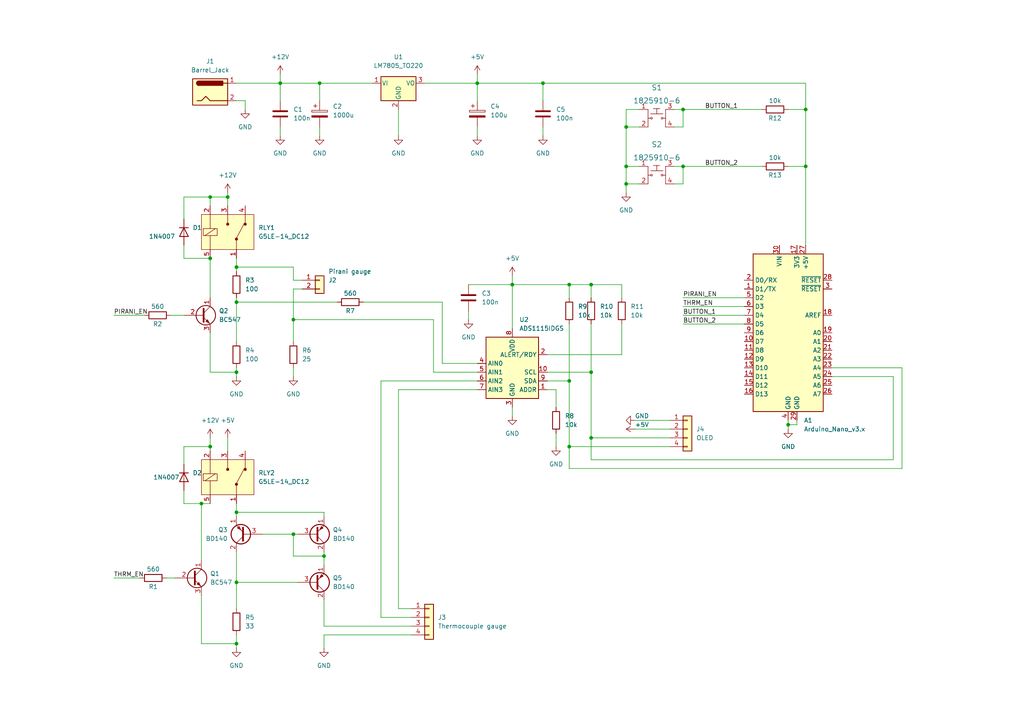
<source format=kicad_sch>
(kicad_sch (version 20211123) (generator eeschema)

  (uuid e63e39d7-6ac0-4ffd-8aa3-1841a4541b55)

  (paper "A4")

  (lib_symbols
    (symbol "Analog_ADC:ADS1115IDGS" (in_bom yes) (on_board yes)
      (property "Reference" "U" (id 0) (at 2.54 13.97 0)
        (effects (font (size 1.27 1.27)))
      )
      (property "Value" "ADS1115IDGS" (id 1) (at 7.62 11.43 0)
        (effects (font (size 1.27 1.27)))
      )
      (property "Footprint" "Package_SO:TSSOP-10_3x3mm_P0.5mm" (id 2) (at 0 -12.7 0)
        (effects (font (size 1.27 1.27)) hide)
      )
      (property "Datasheet" "http://www.ti.com/lit/ds/symlink/ads1113.pdf" (id 3) (at -1.27 -22.86 0)
        (effects (font (size 1.27 1.27)) hide)
      )
      (property "ki_keywords" "16 bit 4 channel I2C ADC" (id 4) (at 0 0 0)
        (effects (font (size 1.27 1.27)) hide)
      )
      (property "ki_description" "Ultra-Small, Low-Power, I2C-Compatible, 860-SPS, 16-Bit ADCs With Internal Reference, Oscillator, and Programmable Comparator, VSSOP-10" (id 5) (at 0 0 0)
        (effects (font (size 1.27 1.27)) hide)
      )
      (property "ki_fp_filters" "TSSOP*3x3mm*P0.5mm*" (id 6) (at 0 0 0)
        (effects (font (size 1.27 1.27)) hide)
      )
      (symbol "ADS1115IDGS_0_1"
        (rectangle (start -7.62 10.16) (end 7.62 -7.62)
          (stroke (width 0.254) (type default) (color 0 0 0 0))
          (fill (type background))
        )
      )
      (symbol "ADS1115IDGS_1_1"
        (pin input line (at 10.16 -5.08 180) (length 2.54)
          (name "ADDR" (effects (font (size 1.27 1.27))))
          (number "1" (effects (font (size 1.27 1.27))))
        )
        (pin input line (at 10.16 0 180) (length 2.54)
          (name "SCL" (effects (font (size 1.27 1.27))))
          (number "10" (effects (font (size 1.27 1.27))))
        )
        (pin output line (at 10.16 5.08 180) (length 2.54)
          (name "ALERT/RDY" (effects (font (size 1.27 1.27))))
          (number "2" (effects (font (size 1.27 1.27))))
        )
        (pin power_in line (at 0 -10.16 90) (length 2.54)
          (name "GND" (effects (font (size 1.27 1.27))))
          (number "3" (effects (font (size 1.27 1.27))))
        )
        (pin input line (at -10.16 2.54 0) (length 2.54)
          (name "AIN0" (effects (font (size 1.27 1.27))))
          (number "4" (effects (font (size 1.27 1.27))))
        )
        (pin input line (at -10.16 0 0) (length 2.54)
          (name "AIN1" (effects (font (size 1.27 1.27))))
          (number "5" (effects (font (size 1.27 1.27))))
        )
        (pin input line (at -10.16 -2.54 0) (length 2.54)
          (name "AIN2" (effects (font (size 1.27 1.27))))
          (number "6" (effects (font (size 1.27 1.27))))
        )
        (pin input line (at -10.16 -5.08 0) (length 2.54)
          (name "AIN3" (effects (font (size 1.27 1.27))))
          (number "7" (effects (font (size 1.27 1.27))))
        )
        (pin power_in line (at 0 12.7 270) (length 2.54)
          (name "VDD" (effects (font (size 1.27 1.27))))
          (number "8" (effects (font (size 1.27 1.27))))
        )
        (pin bidirectional line (at 10.16 -2.54 180) (length 2.54)
          (name "SDA" (effects (font (size 1.27 1.27))))
          (number "9" (effects (font (size 1.27 1.27))))
        )
      )
    )
    (symbol "Connector:Barrel_Jack" (pin_names (offset 1.016)) (in_bom yes) (on_board yes)
      (property "Reference" "J" (id 0) (at 0 5.334 0)
        (effects (font (size 1.27 1.27)))
      )
      (property "Value" "Barrel_Jack" (id 1) (at 0 -5.08 0)
        (effects (font (size 1.27 1.27)))
      )
      (property "Footprint" "" (id 2) (at 1.27 -1.016 0)
        (effects (font (size 1.27 1.27)) hide)
      )
      (property "Datasheet" "~" (id 3) (at 1.27 -1.016 0)
        (effects (font (size 1.27 1.27)) hide)
      )
      (property "ki_keywords" "DC power barrel jack connector" (id 4) (at 0 0 0)
        (effects (font (size 1.27 1.27)) hide)
      )
      (property "ki_description" "DC Barrel Jack" (id 5) (at 0 0 0)
        (effects (font (size 1.27 1.27)) hide)
      )
      (property "ki_fp_filters" "BarrelJack*" (id 6) (at 0 0 0)
        (effects (font (size 1.27 1.27)) hide)
      )
      (symbol "Barrel_Jack_0_1"
        (rectangle (start -5.08 3.81) (end 5.08 -3.81)
          (stroke (width 0.254) (type default) (color 0 0 0 0))
          (fill (type background))
        )
        (arc (start -3.302 3.175) (mid -3.937 2.54) (end -3.302 1.905)
          (stroke (width 0.254) (type default) (color 0 0 0 0))
          (fill (type none))
        )
        (arc (start -3.302 3.175) (mid -3.937 2.54) (end -3.302 1.905)
          (stroke (width 0.254) (type default) (color 0 0 0 0))
          (fill (type outline))
        )
        (polyline
          (pts
            (xy 5.08 2.54)
            (xy 3.81 2.54)
          )
          (stroke (width 0.254) (type default) (color 0 0 0 0))
          (fill (type none))
        )
        (polyline
          (pts
            (xy -3.81 -2.54)
            (xy -2.54 -2.54)
            (xy -1.27 -1.27)
            (xy 0 -2.54)
            (xy 2.54 -2.54)
            (xy 5.08 -2.54)
          )
          (stroke (width 0.254) (type default) (color 0 0 0 0))
          (fill (type none))
        )
        (rectangle (start 3.683 3.175) (end -3.302 1.905)
          (stroke (width 0.254) (type default) (color 0 0 0 0))
          (fill (type outline))
        )
      )
      (symbol "Barrel_Jack_1_1"
        (pin passive line (at 7.62 2.54 180) (length 2.54)
          (name "~" (effects (font (size 1.27 1.27))))
          (number "1" (effects (font (size 1.27 1.27))))
        )
        (pin passive line (at 7.62 -2.54 180) (length 2.54)
          (name "~" (effects (font (size 1.27 1.27))))
          (number "2" (effects (font (size 1.27 1.27))))
        )
      )
    )
    (symbol "Connector_Generic:Conn_01x02" (pin_names (offset 1.016) hide) (in_bom yes) (on_board yes)
      (property "Reference" "J" (id 0) (at 0 2.54 0)
        (effects (font (size 1.27 1.27)))
      )
      (property "Value" "Conn_01x02" (id 1) (at 0 -5.08 0)
        (effects (font (size 1.27 1.27)))
      )
      (property "Footprint" "" (id 2) (at 0 0 0)
        (effects (font (size 1.27 1.27)) hide)
      )
      (property "Datasheet" "~" (id 3) (at 0 0 0)
        (effects (font (size 1.27 1.27)) hide)
      )
      (property "ki_keywords" "connector" (id 4) (at 0 0 0)
        (effects (font (size 1.27 1.27)) hide)
      )
      (property "ki_description" "Generic connector, single row, 01x02, script generated (kicad-library-utils/schlib/autogen/connector/)" (id 5) (at 0 0 0)
        (effects (font (size 1.27 1.27)) hide)
      )
      (property "ki_fp_filters" "Connector*:*_1x??_*" (id 6) (at 0 0 0)
        (effects (font (size 1.27 1.27)) hide)
      )
      (symbol "Conn_01x02_1_1"
        (rectangle (start -1.27 -2.413) (end 0 -2.667)
          (stroke (width 0.1524) (type default) (color 0 0 0 0))
          (fill (type none))
        )
        (rectangle (start -1.27 0.127) (end 0 -0.127)
          (stroke (width 0.1524) (type default) (color 0 0 0 0))
          (fill (type none))
        )
        (rectangle (start -1.27 1.27) (end 1.27 -3.81)
          (stroke (width 0.254) (type default) (color 0 0 0 0))
          (fill (type background))
        )
        (pin passive line (at -5.08 0 0) (length 3.81)
          (name "Pin_1" (effects (font (size 1.27 1.27))))
          (number "1" (effects (font (size 1.27 1.27))))
        )
        (pin passive line (at -5.08 -2.54 0) (length 3.81)
          (name "Pin_2" (effects (font (size 1.27 1.27))))
          (number "2" (effects (font (size 1.27 1.27))))
        )
      )
    )
    (symbol "Connector_Generic:Conn_01x04" (pin_names (offset 1.016) hide) (in_bom yes) (on_board yes)
      (property "Reference" "J" (id 0) (at 0 5.08 0)
        (effects (font (size 1.27 1.27)))
      )
      (property "Value" "Conn_01x04" (id 1) (at 0 -7.62 0)
        (effects (font (size 1.27 1.27)))
      )
      (property "Footprint" "" (id 2) (at 0 0 0)
        (effects (font (size 1.27 1.27)) hide)
      )
      (property "Datasheet" "~" (id 3) (at 0 0 0)
        (effects (font (size 1.27 1.27)) hide)
      )
      (property "ki_keywords" "connector" (id 4) (at 0 0 0)
        (effects (font (size 1.27 1.27)) hide)
      )
      (property "ki_description" "Generic connector, single row, 01x04, script generated (kicad-library-utils/schlib/autogen/connector/)" (id 5) (at 0 0 0)
        (effects (font (size 1.27 1.27)) hide)
      )
      (property "ki_fp_filters" "Connector*:*_1x??_*" (id 6) (at 0 0 0)
        (effects (font (size 1.27 1.27)) hide)
      )
      (symbol "Conn_01x04_1_1"
        (rectangle (start -1.27 -4.953) (end 0 -5.207)
          (stroke (width 0.1524) (type default) (color 0 0 0 0))
          (fill (type none))
        )
        (rectangle (start -1.27 -2.413) (end 0 -2.667)
          (stroke (width 0.1524) (type default) (color 0 0 0 0))
          (fill (type none))
        )
        (rectangle (start -1.27 0.127) (end 0 -0.127)
          (stroke (width 0.1524) (type default) (color 0 0 0 0))
          (fill (type none))
        )
        (rectangle (start -1.27 2.667) (end 0 2.413)
          (stroke (width 0.1524) (type default) (color 0 0 0 0))
          (fill (type none))
        )
        (rectangle (start -1.27 3.81) (end 1.27 -6.35)
          (stroke (width 0.254) (type default) (color 0 0 0 0))
          (fill (type background))
        )
        (pin passive line (at -5.08 2.54 0) (length 3.81)
          (name "Pin_1" (effects (font (size 1.27 1.27))))
          (number "1" (effects (font (size 1.27 1.27))))
        )
        (pin passive line (at -5.08 0 0) (length 3.81)
          (name "Pin_2" (effects (font (size 1.27 1.27))))
          (number "2" (effects (font (size 1.27 1.27))))
        )
        (pin passive line (at -5.08 -2.54 0) (length 3.81)
          (name "Pin_3" (effects (font (size 1.27 1.27))))
          (number "3" (effects (font (size 1.27 1.27))))
        )
        (pin passive line (at -5.08 -5.08 0) (length 3.81)
          (name "Pin_4" (effects (font (size 1.27 1.27))))
          (number "4" (effects (font (size 1.27 1.27))))
        )
      )
    )
    (symbol "Device:C" (pin_numbers hide) (pin_names (offset 0.254)) (in_bom yes) (on_board yes)
      (property "Reference" "C" (id 0) (at 0.635 2.54 0)
        (effects (font (size 1.27 1.27)) (justify left))
      )
      (property "Value" "C" (id 1) (at 0.635 -2.54 0)
        (effects (font (size 1.27 1.27)) (justify left))
      )
      (property "Footprint" "" (id 2) (at 0.9652 -3.81 0)
        (effects (font (size 1.27 1.27)) hide)
      )
      (property "Datasheet" "~" (id 3) (at 0 0 0)
        (effects (font (size 1.27 1.27)) hide)
      )
      (property "ki_keywords" "cap capacitor" (id 4) (at 0 0 0)
        (effects (font (size 1.27 1.27)) hide)
      )
      (property "ki_description" "Unpolarized capacitor" (id 5) (at 0 0 0)
        (effects (font (size 1.27 1.27)) hide)
      )
      (property "ki_fp_filters" "C_*" (id 6) (at 0 0 0)
        (effects (font (size 1.27 1.27)) hide)
      )
      (symbol "C_0_1"
        (polyline
          (pts
            (xy -2.032 -0.762)
            (xy 2.032 -0.762)
          )
          (stroke (width 0.508) (type default) (color 0 0 0 0))
          (fill (type none))
        )
        (polyline
          (pts
            (xy -2.032 0.762)
            (xy 2.032 0.762)
          )
          (stroke (width 0.508) (type default) (color 0 0 0 0))
          (fill (type none))
        )
      )
      (symbol "C_1_1"
        (pin passive line (at 0 3.81 270) (length 2.794)
          (name "~" (effects (font (size 1.27 1.27))))
          (number "1" (effects (font (size 1.27 1.27))))
        )
        (pin passive line (at 0 -3.81 90) (length 2.794)
          (name "~" (effects (font (size 1.27 1.27))))
          (number "2" (effects (font (size 1.27 1.27))))
        )
      )
    )
    (symbol "Device:C_Polarized" (pin_numbers hide) (pin_names (offset 0.254)) (in_bom yes) (on_board yes)
      (property "Reference" "C" (id 0) (at 0.635 2.54 0)
        (effects (font (size 1.27 1.27)) (justify left))
      )
      (property "Value" "C_Polarized" (id 1) (at 0.635 -2.54 0)
        (effects (font (size 1.27 1.27)) (justify left))
      )
      (property "Footprint" "" (id 2) (at 0.9652 -3.81 0)
        (effects (font (size 1.27 1.27)) hide)
      )
      (property "Datasheet" "~" (id 3) (at 0 0 0)
        (effects (font (size 1.27 1.27)) hide)
      )
      (property "ki_keywords" "cap capacitor" (id 4) (at 0 0 0)
        (effects (font (size 1.27 1.27)) hide)
      )
      (property "ki_description" "Polarized capacitor" (id 5) (at 0 0 0)
        (effects (font (size 1.27 1.27)) hide)
      )
      (property "ki_fp_filters" "CP_*" (id 6) (at 0 0 0)
        (effects (font (size 1.27 1.27)) hide)
      )
      (symbol "C_Polarized_0_1"
        (rectangle (start -2.286 0.508) (end 2.286 1.016)
          (stroke (width 0) (type default) (color 0 0 0 0))
          (fill (type none))
        )
        (polyline
          (pts
            (xy -1.778 2.286)
            (xy -0.762 2.286)
          )
          (stroke (width 0) (type default) (color 0 0 0 0))
          (fill (type none))
        )
        (polyline
          (pts
            (xy -1.27 2.794)
            (xy -1.27 1.778)
          )
          (stroke (width 0) (type default) (color 0 0 0 0))
          (fill (type none))
        )
        (rectangle (start 2.286 -0.508) (end -2.286 -1.016)
          (stroke (width 0) (type default) (color 0 0 0 0))
          (fill (type outline))
        )
      )
      (symbol "C_Polarized_1_1"
        (pin passive line (at 0 3.81 270) (length 2.794)
          (name "~" (effects (font (size 1.27 1.27))))
          (number "1" (effects (font (size 1.27 1.27))))
        )
        (pin passive line (at 0 -3.81 90) (length 2.794)
          (name "~" (effects (font (size 1.27 1.27))))
          (number "2" (effects (font (size 1.27 1.27))))
        )
      )
    )
    (symbol "Device:R" (pin_numbers hide) (pin_names (offset 0)) (in_bom yes) (on_board yes)
      (property "Reference" "R" (id 0) (at 2.032 0 90)
        (effects (font (size 1.27 1.27)))
      )
      (property "Value" "R" (id 1) (at 0 0 90)
        (effects (font (size 1.27 1.27)))
      )
      (property "Footprint" "" (id 2) (at -1.778 0 90)
        (effects (font (size 1.27 1.27)) hide)
      )
      (property "Datasheet" "~" (id 3) (at 0 0 0)
        (effects (font (size 1.27 1.27)) hide)
      )
      (property "ki_keywords" "R res resistor" (id 4) (at 0 0 0)
        (effects (font (size 1.27 1.27)) hide)
      )
      (property "ki_description" "Resistor" (id 5) (at 0 0 0)
        (effects (font (size 1.27 1.27)) hide)
      )
      (property "ki_fp_filters" "R_*" (id 6) (at 0 0 0)
        (effects (font (size 1.27 1.27)) hide)
      )
      (symbol "R_0_1"
        (rectangle (start -1.016 -2.54) (end 1.016 2.54)
          (stroke (width 0.254) (type default) (color 0 0 0 0))
          (fill (type none))
        )
      )
      (symbol "R_1_1"
        (pin passive line (at 0 3.81 270) (length 1.27)
          (name "~" (effects (font (size 1.27 1.27))))
          (number "1" (effects (font (size 1.27 1.27))))
        )
        (pin passive line (at 0 -3.81 90) (length 1.27)
          (name "~" (effects (font (size 1.27 1.27))))
          (number "2" (effects (font (size 1.27 1.27))))
        )
      )
    )
    (symbol "Diode:1N4007" (pin_numbers hide) (pin_names (offset 1.016) hide) (in_bom yes) (on_board yes)
      (property "Reference" "D" (id 0) (at 0 2.54 0)
        (effects (font (size 1.27 1.27)))
      )
      (property "Value" "1N4007" (id 1) (at 0 -2.54 0)
        (effects (font (size 1.27 1.27)))
      )
      (property "Footprint" "Diode_THT:D_DO-41_SOD81_P10.16mm_Horizontal" (id 2) (at 0 -4.445 0)
        (effects (font (size 1.27 1.27)) hide)
      )
      (property "Datasheet" "http://www.vishay.com/docs/88503/1n4001.pdf" (id 3) (at 0 0 0)
        (effects (font (size 1.27 1.27)) hide)
      )
      (property "ki_keywords" "diode" (id 4) (at 0 0 0)
        (effects (font (size 1.27 1.27)) hide)
      )
      (property "ki_description" "1000V 1A General Purpose Rectifier Diode, DO-41" (id 5) (at 0 0 0)
        (effects (font (size 1.27 1.27)) hide)
      )
      (property "ki_fp_filters" "D*DO?41*" (id 6) (at 0 0 0)
        (effects (font (size 1.27 1.27)) hide)
      )
      (symbol "1N4007_0_1"
        (polyline
          (pts
            (xy -1.27 1.27)
            (xy -1.27 -1.27)
          )
          (stroke (width 0.254) (type default) (color 0 0 0 0))
          (fill (type none))
        )
        (polyline
          (pts
            (xy 1.27 0)
            (xy -1.27 0)
          )
          (stroke (width 0) (type default) (color 0 0 0 0))
          (fill (type none))
        )
        (polyline
          (pts
            (xy 1.27 1.27)
            (xy 1.27 -1.27)
            (xy -1.27 0)
            (xy 1.27 1.27)
          )
          (stroke (width 0.254) (type default) (color 0 0 0 0))
          (fill (type none))
        )
      )
      (symbol "1N4007_1_1"
        (pin passive line (at -3.81 0 0) (length 2.54)
          (name "K" (effects (font (size 1.27 1.27))))
          (number "1" (effects (font (size 1.27 1.27))))
        )
        (pin passive line (at 3.81 0 180) (length 2.54)
          (name "A" (effects (font (size 1.27 1.27))))
          (number "2" (effects (font (size 1.27 1.27))))
        )
      )
    )
    (symbol "MCU_Module:Arduino_Nano_v3.x" (in_bom yes) (on_board yes)
      (property "Reference" "A" (id 0) (at -10.16 23.495 0)
        (effects (font (size 1.27 1.27)) (justify left bottom))
      )
      (property "Value" "Arduino_Nano_v3.x" (id 1) (at 5.08 -24.13 0)
        (effects (font (size 1.27 1.27)) (justify left top))
      )
      (property "Footprint" "Module:Arduino_Nano" (id 2) (at 0 0 0)
        (effects (font (size 1.27 1.27) italic) hide)
      )
      (property "Datasheet" "http://www.mouser.com/pdfdocs/Gravitech_Arduino_Nano3_0.pdf" (id 3) (at 0 0 0)
        (effects (font (size 1.27 1.27)) hide)
      )
      (property "ki_keywords" "Arduino nano microcontroller module USB" (id 4) (at 0 0 0)
        (effects (font (size 1.27 1.27)) hide)
      )
      (property "ki_description" "Arduino Nano v3.x" (id 5) (at 0 0 0)
        (effects (font (size 1.27 1.27)) hide)
      )
      (property "ki_fp_filters" "Arduino*Nano*" (id 6) (at 0 0 0)
        (effects (font (size 1.27 1.27)) hide)
      )
      (symbol "Arduino_Nano_v3.x_0_1"
        (rectangle (start -10.16 22.86) (end 10.16 -22.86)
          (stroke (width 0.254) (type default) (color 0 0 0 0))
          (fill (type background))
        )
      )
      (symbol "Arduino_Nano_v3.x_1_1"
        (pin bidirectional line (at -12.7 12.7 0) (length 2.54)
          (name "D1/TX" (effects (font (size 1.27 1.27))))
          (number "1" (effects (font (size 1.27 1.27))))
        )
        (pin bidirectional line (at -12.7 -2.54 0) (length 2.54)
          (name "D7" (effects (font (size 1.27 1.27))))
          (number "10" (effects (font (size 1.27 1.27))))
        )
        (pin bidirectional line (at -12.7 -5.08 0) (length 2.54)
          (name "D8" (effects (font (size 1.27 1.27))))
          (number "11" (effects (font (size 1.27 1.27))))
        )
        (pin bidirectional line (at -12.7 -7.62 0) (length 2.54)
          (name "D9" (effects (font (size 1.27 1.27))))
          (number "12" (effects (font (size 1.27 1.27))))
        )
        (pin bidirectional line (at -12.7 -10.16 0) (length 2.54)
          (name "D10" (effects (font (size 1.27 1.27))))
          (number "13" (effects (font (size 1.27 1.27))))
        )
        (pin bidirectional line (at -12.7 -12.7 0) (length 2.54)
          (name "D11" (effects (font (size 1.27 1.27))))
          (number "14" (effects (font (size 1.27 1.27))))
        )
        (pin bidirectional line (at -12.7 -15.24 0) (length 2.54)
          (name "D12" (effects (font (size 1.27 1.27))))
          (number "15" (effects (font (size 1.27 1.27))))
        )
        (pin bidirectional line (at -12.7 -17.78 0) (length 2.54)
          (name "D13" (effects (font (size 1.27 1.27))))
          (number "16" (effects (font (size 1.27 1.27))))
        )
        (pin power_out line (at 2.54 25.4 270) (length 2.54)
          (name "3V3" (effects (font (size 1.27 1.27))))
          (number "17" (effects (font (size 1.27 1.27))))
        )
        (pin input line (at 12.7 5.08 180) (length 2.54)
          (name "AREF" (effects (font (size 1.27 1.27))))
          (number "18" (effects (font (size 1.27 1.27))))
        )
        (pin bidirectional line (at 12.7 0 180) (length 2.54)
          (name "A0" (effects (font (size 1.27 1.27))))
          (number "19" (effects (font (size 1.27 1.27))))
        )
        (pin bidirectional line (at -12.7 15.24 0) (length 2.54)
          (name "D0/RX" (effects (font (size 1.27 1.27))))
          (number "2" (effects (font (size 1.27 1.27))))
        )
        (pin bidirectional line (at 12.7 -2.54 180) (length 2.54)
          (name "A1" (effects (font (size 1.27 1.27))))
          (number "20" (effects (font (size 1.27 1.27))))
        )
        (pin bidirectional line (at 12.7 -5.08 180) (length 2.54)
          (name "A2" (effects (font (size 1.27 1.27))))
          (number "21" (effects (font (size 1.27 1.27))))
        )
        (pin bidirectional line (at 12.7 -7.62 180) (length 2.54)
          (name "A3" (effects (font (size 1.27 1.27))))
          (number "22" (effects (font (size 1.27 1.27))))
        )
        (pin bidirectional line (at 12.7 -10.16 180) (length 2.54)
          (name "A4" (effects (font (size 1.27 1.27))))
          (number "23" (effects (font (size 1.27 1.27))))
        )
        (pin bidirectional line (at 12.7 -12.7 180) (length 2.54)
          (name "A5" (effects (font (size 1.27 1.27))))
          (number "24" (effects (font (size 1.27 1.27))))
        )
        (pin bidirectional line (at 12.7 -15.24 180) (length 2.54)
          (name "A6" (effects (font (size 1.27 1.27))))
          (number "25" (effects (font (size 1.27 1.27))))
        )
        (pin bidirectional line (at 12.7 -17.78 180) (length 2.54)
          (name "A7" (effects (font (size 1.27 1.27))))
          (number "26" (effects (font (size 1.27 1.27))))
        )
        (pin power_out line (at 5.08 25.4 270) (length 2.54)
          (name "+5V" (effects (font (size 1.27 1.27))))
          (number "27" (effects (font (size 1.27 1.27))))
        )
        (pin input line (at 12.7 15.24 180) (length 2.54)
          (name "~{RESET}" (effects (font (size 1.27 1.27))))
          (number "28" (effects (font (size 1.27 1.27))))
        )
        (pin power_in line (at 2.54 -25.4 90) (length 2.54)
          (name "GND" (effects (font (size 1.27 1.27))))
          (number "29" (effects (font (size 1.27 1.27))))
        )
        (pin input line (at 12.7 12.7 180) (length 2.54)
          (name "~{RESET}" (effects (font (size 1.27 1.27))))
          (number "3" (effects (font (size 1.27 1.27))))
        )
        (pin power_in line (at -2.54 25.4 270) (length 2.54)
          (name "VIN" (effects (font (size 1.27 1.27))))
          (number "30" (effects (font (size 1.27 1.27))))
        )
        (pin power_in line (at 0 -25.4 90) (length 2.54)
          (name "GND" (effects (font (size 1.27 1.27))))
          (number "4" (effects (font (size 1.27 1.27))))
        )
        (pin bidirectional line (at -12.7 10.16 0) (length 2.54)
          (name "D2" (effects (font (size 1.27 1.27))))
          (number "5" (effects (font (size 1.27 1.27))))
        )
        (pin bidirectional line (at -12.7 7.62 0) (length 2.54)
          (name "D3" (effects (font (size 1.27 1.27))))
          (number "6" (effects (font (size 1.27 1.27))))
        )
        (pin bidirectional line (at -12.7 5.08 0) (length 2.54)
          (name "D4" (effects (font (size 1.27 1.27))))
          (number "7" (effects (font (size 1.27 1.27))))
        )
        (pin bidirectional line (at -12.7 2.54 0) (length 2.54)
          (name "D5" (effects (font (size 1.27 1.27))))
          (number "8" (effects (font (size 1.27 1.27))))
        )
        (pin bidirectional line (at -12.7 0 0) (length 2.54)
          (name "D6" (effects (font (size 1.27 1.27))))
          (number "9" (effects (font (size 1.27 1.27))))
        )
      )
    )
    (symbol "Regulator_Linear:LM7805_TO220" (pin_names (offset 0.254)) (in_bom yes) (on_board yes)
      (property "Reference" "U" (id 0) (at -3.81 3.175 0)
        (effects (font (size 1.27 1.27)))
      )
      (property "Value" "LM7805_TO220" (id 1) (at 0 3.175 0)
        (effects (font (size 1.27 1.27)) (justify left))
      )
      (property "Footprint" "Package_TO_SOT_THT:TO-220-3_Vertical" (id 2) (at 0 5.715 0)
        (effects (font (size 1.27 1.27) italic) hide)
      )
      (property "Datasheet" "https://www.onsemi.cn/PowerSolutions/document/MC7800-D.PDF" (id 3) (at 0 -1.27 0)
        (effects (font (size 1.27 1.27)) hide)
      )
      (property "ki_keywords" "Voltage Regulator 1A Positive" (id 4) (at 0 0 0)
        (effects (font (size 1.27 1.27)) hide)
      )
      (property "ki_description" "Positive 1A 35V Linear Regulator, Fixed Output 5V, TO-220" (id 5) (at 0 0 0)
        (effects (font (size 1.27 1.27)) hide)
      )
      (property "ki_fp_filters" "TO?220*" (id 6) (at 0 0 0)
        (effects (font (size 1.27 1.27)) hide)
      )
      (symbol "LM7805_TO220_0_1"
        (rectangle (start -5.08 1.905) (end 5.08 -5.08)
          (stroke (width 0.254) (type default) (color 0 0 0 0))
          (fill (type background))
        )
      )
      (symbol "LM7805_TO220_1_1"
        (pin power_in line (at -7.62 0 0) (length 2.54)
          (name "VI" (effects (font (size 1.27 1.27))))
          (number "1" (effects (font (size 1.27 1.27))))
        )
        (pin power_in line (at 0 -7.62 90) (length 2.54)
          (name "GND" (effects (font (size 1.27 1.27))))
          (number "2" (effects (font (size 1.27 1.27))))
        )
        (pin power_out line (at 7.62 0 180) (length 2.54)
          (name "VO" (effects (font (size 1.27 1.27))))
          (number "3" (effects (font (size 1.27 1.27))))
        )
      )
    )
    (symbol "Transistor_BJT:BC547" (pin_names (offset 0) hide) (in_bom yes) (on_board yes)
      (property "Reference" "Q" (id 0) (at 5.08 1.905 0)
        (effects (font (size 1.27 1.27)) (justify left))
      )
      (property "Value" "BC547" (id 1) (at 5.08 0 0)
        (effects (font (size 1.27 1.27)) (justify left))
      )
      (property "Footprint" "Package_TO_SOT_THT:TO-92_Inline" (id 2) (at 5.08 -1.905 0)
        (effects (font (size 1.27 1.27) italic) (justify left) hide)
      )
      (property "Datasheet" "https://www.onsemi.com/pub/Collateral/BC550-D.pdf" (id 3) (at 0 0 0)
        (effects (font (size 1.27 1.27)) (justify left) hide)
      )
      (property "ki_keywords" "NPN Transistor" (id 4) (at 0 0 0)
        (effects (font (size 1.27 1.27)) hide)
      )
      (property "ki_description" "0.1A Ic, 45V Vce, Small Signal NPN Transistor, TO-92" (id 5) (at 0 0 0)
        (effects (font (size 1.27 1.27)) hide)
      )
      (property "ki_fp_filters" "TO?92*" (id 6) (at 0 0 0)
        (effects (font (size 1.27 1.27)) hide)
      )
      (symbol "BC547_0_1"
        (polyline
          (pts
            (xy 0 0)
            (xy 0.635 0)
          )
          (stroke (width 0) (type default) (color 0 0 0 0))
          (fill (type none))
        )
        (polyline
          (pts
            (xy 0.635 0.635)
            (xy 2.54 2.54)
          )
          (stroke (width 0) (type default) (color 0 0 0 0))
          (fill (type none))
        )
        (polyline
          (pts
            (xy 0.635 -0.635)
            (xy 2.54 -2.54)
            (xy 2.54 -2.54)
          )
          (stroke (width 0) (type default) (color 0 0 0 0))
          (fill (type none))
        )
        (polyline
          (pts
            (xy 0.635 1.905)
            (xy 0.635 -1.905)
            (xy 0.635 -1.905)
          )
          (stroke (width 0.508) (type default) (color 0 0 0 0))
          (fill (type none))
        )
        (polyline
          (pts
            (xy 1.27 -1.778)
            (xy 1.778 -1.27)
            (xy 2.286 -2.286)
            (xy 1.27 -1.778)
            (xy 1.27 -1.778)
          )
          (stroke (width 0) (type default) (color 0 0 0 0))
          (fill (type outline))
        )
        (circle (center 1.27 0) (radius 2.8194)
          (stroke (width 0.254) (type default) (color 0 0 0 0))
          (fill (type none))
        )
      )
      (symbol "BC547_1_1"
        (pin passive line (at 2.54 5.08 270) (length 2.54)
          (name "C" (effects (font (size 1.27 1.27))))
          (number "1" (effects (font (size 1.27 1.27))))
        )
        (pin input line (at -5.08 0 0) (length 5.08)
          (name "B" (effects (font (size 1.27 1.27))))
          (number "2" (effects (font (size 1.27 1.27))))
        )
        (pin passive line (at 2.54 -5.08 90) (length 2.54)
          (name "E" (effects (font (size 1.27 1.27))))
          (number "3" (effects (font (size 1.27 1.27))))
        )
      )
    )
    (symbol "Transistor_BJT:BD140" (pin_names (offset 0) hide) (in_bom yes) (on_board yes)
      (property "Reference" "Q" (id 0) (at 5.08 1.905 0)
        (effects (font (size 1.27 1.27)) (justify left))
      )
      (property "Value" "BD140" (id 1) (at 5.08 0 0)
        (effects (font (size 1.27 1.27)) (justify left))
      )
      (property "Footprint" "Package_TO_SOT_THT:TO-126-3_Vertical" (id 2) (at 5.08 -1.905 0)
        (effects (font (size 1.27 1.27) italic) (justify left) hide)
      )
      (property "Datasheet" "http://www.st.com/internet/com/TECHNICAL_RESOURCES/TECHNICAL_LITERATURE/DATASHEET/CD00001225.pdf" (id 3) (at 0 0 0)
        (effects (font (size 1.27 1.27)) (justify left) hide)
      )
      (property "ki_keywords" "Low Voltage Transistor" (id 4) (at 0 0 0)
        (effects (font (size 1.27 1.27)) hide)
      )
      (property "ki_description" "1.5A Ic, 80V Vce, Low Voltage Transistor, TO-126" (id 5) (at 0 0 0)
        (effects (font (size 1.27 1.27)) hide)
      )
      (property "ki_fp_filters" "TO?126*" (id 6) (at 0 0 0)
        (effects (font (size 1.27 1.27)) hide)
      )
      (symbol "BD140_0_1"
        (polyline
          (pts
            (xy 0 0)
            (xy 0.635 0)
          )
          (stroke (width 0) (type default) (color 0 0 0 0))
          (fill (type none))
        )
        (polyline
          (pts
            (xy 2.54 -2.54)
            (xy 0.635 -0.635)
          )
          (stroke (width 0) (type default) (color 0 0 0 0))
          (fill (type none))
        )
        (polyline
          (pts
            (xy 2.54 2.54)
            (xy 0.635 0.635)
          )
          (stroke (width 0) (type default) (color 0 0 0 0))
          (fill (type none))
        )
        (polyline
          (pts
            (xy 0.635 1.905)
            (xy 0.635 -1.905)
            (xy 0.635 -1.905)
          )
          (stroke (width 0.508) (type default) (color 0 0 0 0))
          (fill (type outline))
        )
        (polyline
          (pts
            (xy 1.778 -2.286)
            (xy 2.286 -1.778)
            (xy 1.27 -1.27)
            (xy 1.778 -2.286)
            (xy 1.778 -2.286)
          )
          (stroke (width 0) (type default) (color 0 0 0 0))
          (fill (type outline))
        )
        (circle (center 1.27 0) (radius 2.8194)
          (stroke (width 0.3048) (type default) (color 0 0 0 0))
          (fill (type none))
        )
      )
      (symbol "BD140_1_1"
        (pin passive line (at 2.54 -5.08 90) (length 2.54)
          (name "E" (effects (font (size 1.27 1.27))))
          (number "1" (effects (font (size 1.27 1.27))))
        )
        (pin passive line (at 2.54 5.08 270) (length 2.54)
          (name "C" (effects (font (size 1.27 1.27))))
          (number "2" (effects (font (size 1.27 1.27))))
        )
        (pin input line (at -5.08 0 0) (length 5.08)
          (name "B" (effects (font (size 1.27 1.27))))
          (number "3" (effects (font (size 1.27 1.27))))
        )
      )
    )
    (symbol "dk_Power-Relays-Over-2-Amps:G5LE-14_DC12" (pin_names (offset 0) hide) (in_bom yes) (on_board yes)
      (property "Reference" "RLY" (id 0) (at -8.636 6.858 0)
        (effects (font (size 1.27 1.27)))
      )
      (property "Value" "G5LE-14_DC12" (id 1) (at -8.89 5.08 90)
        (effects (font (size 1.27 1.27)) (justify right))
      )
      (property "Footprint" "digikey-footprints:Relay_THT_G5LE-14" (id 2) (at 5.08 5.08 0)
        (effects (font (size 1.27 1.27)) (justify left) hide)
      )
      (property "Datasheet" "https://omronfs.omron.com/en_US/ecb/products/pdf/en-g5le.pdf" (id 3) (at 5.08 7.62 0)
        (effects (font (size 1.524 1.524)) (justify left) hide)
      )
      (property "Digi-Key_PN" "Z1012-ND" (id 4) (at 5.08 10.16 0)
        (effects (font (size 1.524 1.524)) (justify left) hide)
      )
      (property "MPN" "G5LE-14 DC12" (id 5) (at 5.08 12.7 0)
        (effects (font (size 1.524 1.524)) (justify left) hide)
      )
      (property "Category" "Relays" (id 6) (at 5.08 15.24 0)
        (effects (font (size 1.524 1.524)) (justify left) hide)
      )
      (property "Family" "Power Relays, Over 2 Amps" (id 7) (at 5.08 17.78 0)
        (effects (font (size 1.524 1.524)) (justify left) hide)
      )
      (property "DK_Datasheet_Link" "https://omronfs.omron.com/en_US/ecb/products/pdf/en-g5le.pdf" (id 8) (at 5.08 20.32 0)
        (effects (font (size 1.524 1.524)) (justify left) hide)
      )
      (property "DK_Detail_Page" "/product-detail/en/omron-electronics-inc-emc-div/G5LE-14-DC12/Z1012-ND/280369" (id 9) (at 5.08 22.86 0)
        (effects (font (size 1.524 1.524)) (justify left) hide)
      )
      (property "Description" "RELAY GEN PURPOSE SPDT 10A 12V" (id 10) (at 5.08 25.4 0)
        (effects (font (size 1.524 1.524)) (justify left) hide)
      )
      (property "Manufacturer" "Omron Electronics Inc-EMC Div" (id 11) (at 5.08 27.94 0)
        (effects (font (size 1.524 1.524)) (justify left) hide)
      )
      (property "Status" "Active" (id 12) (at 5.08 30.48 0)
        (effects (font (size 1.524 1.524)) (justify left) hide)
      )
      (property "ki_keywords" "Z1012-ND G5LE" (id 13) (at 0 0 0)
        (effects (font (size 1.27 1.27)) hide)
      )
      (property "ki_description" "RELAY GEN PURPOSE SPDT 10A 12V" (id 14) (at 0 0 0)
        (effects (font (size 1.27 1.27)) hide)
      )
      (symbol "G5LE-14_DC12_0_1"
        (rectangle (start -7.62 5.08) (end 7.62 -5.08)
          (stroke (width 0) (type default) (color 0 0 0 0))
          (fill (type background))
        )
        (rectangle (start -7.112 1.016) (end -3.048 -1.016)
          (stroke (width 0) (type default) (color 0 0 0 0))
          (fill (type none))
        )
        (polyline
          (pts
            (xy -6.604 -1.016)
            (xy -3.556 1.016)
          )
          (stroke (width 0) (type default) (color 0 0 0 0))
          (fill (type none))
        )
        (polyline
          (pts
            (xy -5.08 -5.08)
            (xy -5.08 -1.016)
          )
          (stroke (width 0) (type default) (color 0 0 0 0))
          (fill (type none))
        )
        (polyline
          (pts
            (xy -5.08 5.08)
            (xy -5.08 1.016)
          )
          (stroke (width 0) (type default) (color 0 0 0 0))
          (fill (type none))
        )
        (polyline
          (pts
            (xy 0 5.08)
            (xy 0 2.54)
          )
          (stroke (width 0) (type default) (color 0 0 0 0))
          (fill (type none))
        )
        (polyline
          (pts
            (xy 2.54 -5.08)
            (xy 2.54 -2.286)
          )
          (stroke (width 0) (type default) (color 0 0 0 0))
          (fill (type none))
        )
        (polyline
          (pts
            (xy 2.54 -1.778)
            (xy 4.826 2.54)
          )
          (stroke (width 0) (type default) (color 0 0 0 0))
          (fill (type none))
        )
        (polyline
          (pts
            (xy 5.08 5.08)
            (xy 5.08 2.54)
          )
          (stroke (width 0) (type default) (color 0 0 0 0))
          (fill (type none))
        )
        (circle (center 0 2.286) (radius 0.3556)
          (stroke (width 0) (type default) (color 0 0 0 0))
          (fill (type outline))
        )
        (circle (center 2.54 -2.032) (radius 0.3556)
          (stroke (width 0) (type default) (color 0 0 0 0))
          (fill (type outline))
        )
        (circle (center 5.08 2.286) (radius 0.3556)
          (stroke (width 0) (type default) (color 0 0 0 0))
          (fill (type outline))
        )
      )
      (symbol "G5LE-14_DC12_1_1"
        (pin passive line (at 2.54 -7.62 90) (length 2.54)
          (name "COM" (effects (font (size 1.27 1.27))))
          (number "1" (effects (font (size 1.27 1.27))))
        )
        (pin passive line (at -5.08 7.62 270) (length 2.54)
          (name "COIL" (effects (font (size 1.27 1.27))))
          (number "2" (effects (font (size 1.27 1.27))))
        )
        (pin passive line (at 0 7.62 270) (length 2.54)
          (name "NO" (effects (font (size 1.27 1.27))))
          (number "3" (effects (font (size 1.27 1.27))))
        )
        (pin passive line (at 5.08 7.62 270) (length 2.54)
          (name "NC" (effects (font (size 1.27 1.27))))
          (number "4" (effects (font (size 1.27 1.27))))
        )
        (pin passive line (at -5.08 -7.62 90) (length 2.54)
          (name "COIL" (effects (font (size 1.27 1.27))))
          (number "5" (effects (font (size 1.27 1.27))))
        )
      )
    )
    (symbol "dk_Tactile-Switches:1825910-6" (pin_names (offset 1.016)) (in_bom yes) (on_board yes)
      (property "Reference" "S" (id 0) (at 0 4.572 0)
        (effects (font (size 1.524 1.524)))
      )
      (property "Value" "1825910-6" (id 1) (at 0.127 -5.08 0)
        (effects (font (size 1.524 1.524)))
      )
      (property "Footprint" "digikey-footprints:Switch_Tactile_THT_6x6mm" (id 2) (at 5.08 5.08 0)
        (effects (font (size 1.524 1.524)) (justify left) hide)
      )
      (property "Datasheet" "https://www.te.com/commerce/DocumentDelivery/DDEController?Action=srchrtrv&DocNm=1825910&DocType=Customer+Drawing&DocLang=English" (id 3) (at 5.08 7.62 0)
        (effects (font (size 1.524 1.524)) (justify left) hide)
      )
      (property "Digi-Key_PN" "450-1650-ND" (id 4) (at 5.08 10.16 0)
        (effects (font (size 1.524 1.524)) (justify left) hide)
      )
      (property "MPN" "1825910-6" (id 5) (at 5.08 12.7 0)
        (effects (font (size 1.524 1.524)) (justify left) hide)
      )
      (property "Category" "Switches" (id 6) (at 5.08 15.24 0)
        (effects (font (size 1.524 1.524)) (justify left) hide)
      )
      (property "Family" "Tactile Switches" (id 7) (at 5.08 17.78 0)
        (effects (font (size 1.524 1.524)) (justify left) hide)
      )
      (property "DK_Datasheet_Link" "https://www.te.com/commerce/DocumentDelivery/DDEController?Action=srchrtrv&DocNm=1825910&DocType=Customer+Drawing&DocLang=English" (id 8) (at 5.08 20.32 0)
        (effects (font (size 1.524 1.524)) (justify left) hide)
      )
      (property "DK_Detail_Page" "/product-detail/en/te-connectivity-alcoswitch-switches/1825910-6/450-1650-ND/1632536" (id 9) (at 5.08 22.86 0)
        (effects (font (size 1.524 1.524)) (justify left) hide)
      )
      (property "Description" "SWITCH TACTILE SPST-NO 0.05A 24V" (id 10) (at 5.08 25.4 0)
        (effects (font (size 1.524 1.524)) (justify left) hide)
      )
      (property "Manufacturer" "TE Connectivity ALCOSWITCH Switches" (id 11) (at 5.08 27.94 0)
        (effects (font (size 1.524 1.524)) (justify left) hide)
      )
      (property "Status" "Active" (id 12) (at 5.08 30.48 0)
        (effects (font (size 1.524 1.524)) (justify left) hide)
      )
      (property "ki_keywords" "450-1650-ND FSMJ" (id 13) (at 0 0 0)
        (effects (font (size 1.27 1.27)) hide)
      )
      (property "ki_description" "SWITCH TACTILE SPST-NO 0.05A 24V" (id 14) (at 0 0 0)
        (effects (font (size 1.27 1.27)) hide)
      )
      (symbol "1825910-6_0_1"
        (circle (center -1.524 0) (radius 0.254)
          (stroke (width 0) (type default) (color 0 0 0 0))
          (fill (type none))
        )
        (polyline
          (pts
            (xy -2.54 2.54)
            (xy -2.54 -2.54)
          )
          (stroke (width 0) (type default) (color 0 0 0 0))
          (fill (type none))
        )
        (polyline
          (pts
            (xy -1.778 0)
            (xy -2.54 0)
          )
          (stroke (width 0) (type default) (color 0 0 0 0))
          (fill (type none))
        )
        (polyline
          (pts
            (xy -1.778 1.27)
            (xy 1.778 1.27)
          )
          (stroke (width 0) (type default) (color 0 0 0 0))
          (fill (type none))
        )
        (polyline
          (pts
            (xy 2.54 -2.54)
            (xy 2.54 2.54)
          )
          (stroke (width 0) (type default) (color 0 0 0 0))
          (fill (type none))
        )
        (polyline
          (pts
            (xy 2.54 0)
            (xy 1.778 0)
          )
          (stroke (width 0) (type default) (color 0 0 0 0))
          (fill (type none))
        )
        (circle (center 1.524 0) (radius 0.254)
          (stroke (width 0) (type default) (color 0 0 0 0))
          (fill (type none))
        )
      )
      (symbol "1825910-6_1_1"
        (polyline
          (pts
            (xy -1.016 2.794)
            (xy 0.889 2.794)
          )
          (stroke (width 0) (type default) (color 0 0 0 0))
          (fill (type none))
        )
        (polyline
          (pts
            (xy 0 2.794)
            (xy 0 1.27)
          )
          (stroke (width 0) (type default) (color 0 0 0 0))
          (fill (type none))
        )
        (pin passive line (at -5.08 2.54 0) (length 2.54)
          (name "~" (effects (font (size 1.27 1.27))))
          (number "1" (effects (font (size 1.27 1.27))))
        )
        (pin passive line (at -5.08 -2.54 0) (length 2.54)
          (name "~" (effects (font (size 1.27 1.27))))
          (number "2" (effects (font (size 1.27 1.27))))
        )
        (pin passive line (at 5.08 2.54 180) (length 2.54)
          (name "~" (effects (font (size 1.27 1.27))))
          (number "3" (effects (font (size 1.27 1.27))))
        )
        (pin passive line (at 5.08 -2.54 180) (length 2.54)
          (name "~" (effects (font (size 1.27 1.27))))
          (number "4" (effects (font (size 1.27 1.27))))
        )
      )
    )
    (symbol "power:+12V" (power) (pin_names (offset 0)) (in_bom yes) (on_board yes)
      (property "Reference" "#PWR" (id 0) (at 0 -3.81 0)
        (effects (font (size 1.27 1.27)) hide)
      )
      (property "Value" "+12V" (id 1) (at 0 3.556 0)
        (effects (font (size 1.27 1.27)))
      )
      (property "Footprint" "" (id 2) (at 0 0 0)
        (effects (font (size 1.27 1.27)) hide)
      )
      (property "Datasheet" "" (id 3) (at 0 0 0)
        (effects (font (size 1.27 1.27)) hide)
      )
      (property "ki_keywords" "power-flag" (id 4) (at 0 0 0)
        (effects (font (size 1.27 1.27)) hide)
      )
      (property "ki_description" "Power symbol creates a global label with name \"+12V\"" (id 5) (at 0 0 0)
        (effects (font (size 1.27 1.27)) hide)
      )
      (symbol "+12V_0_1"
        (polyline
          (pts
            (xy -0.762 1.27)
            (xy 0 2.54)
          )
          (stroke (width 0) (type default) (color 0 0 0 0))
          (fill (type none))
        )
        (polyline
          (pts
            (xy 0 0)
            (xy 0 2.54)
          )
          (stroke (width 0) (type default) (color 0 0 0 0))
          (fill (type none))
        )
        (polyline
          (pts
            (xy 0 2.54)
            (xy 0.762 1.27)
          )
          (stroke (width 0) (type default) (color 0 0 0 0))
          (fill (type none))
        )
      )
      (symbol "+12V_1_1"
        (pin power_in line (at 0 0 90) (length 0) hide
          (name "+12V" (effects (font (size 1.27 1.27))))
          (number "1" (effects (font (size 1.27 1.27))))
        )
      )
    )
    (symbol "power:+5V" (power) (pin_names (offset 0)) (in_bom yes) (on_board yes)
      (property "Reference" "#PWR" (id 0) (at 0 -3.81 0)
        (effects (font (size 1.27 1.27)) hide)
      )
      (property "Value" "+5V" (id 1) (at 0 3.556 0)
        (effects (font (size 1.27 1.27)))
      )
      (property "Footprint" "" (id 2) (at 0 0 0)
        (effects (font (size 1.27 1.27)) hide)
      )
      (property "Datasheet" "" (id 3) (at 0 0 0)
        (effects (font (size 1.27 1.27)) hide)
      )
      (property "ki_keywords" "power-flag" (id 4) (at 0 0 0)
        (effects (font (size 1.27 1.27)) hide)
      )
      (property "ki_description" "Power symbol creates a global label with name \"+5V\"" (id 5) (at 0 0 0)
        (effects (font (size 1.27 1.27)) hide)
      )
      (symbol "+5V_0_1"
        (polyline
          (pts
            (xy -0.762 1.27)
            (xy 0 2.54)
          )
          (stroke (width 0) (type default) (color 0 0 0 0))
          (fill (type none))
        )
        (polyline
          (pts
            (xy 0 0)
            (xy 0 2.54)
          )
          (stroke (width 0) (type default) (color 0 0 0 0))
          (fill (type none))
        )
        (polyline
          (pts
            (xy 0 2.54)
            (xy 0.762 1.27)
          )
          (stroke (width 0) (type default) (color 0 0 0 0))
          (fill (type none))
        )
      )
      (symbol "+5V_1_1"
        (pin power_in line (at 0 0 90) (length 0) hide
          (name "+5V" (effects (font (size 1.27 1.27))))
          (number "1" (effects (font (size 1.27 1.27))))
        )
      )
    )
    (symbol "power:GND" (power) (pin_names (offset 0)) (in_bom yes) (on_board yes)
      (property "Reference" "#PWR" (id 0) (at 0 -6.35 0)
        (effects (font (size 1.27 1.27)) hide)
      )
      (property "Value" "GND" (id 1) (at 0 -3.81 0)
        (effects (font (size 1.27 1.27)))
      )
      (property "Footprint" "" (id 2) (at 0 0 0)
        (effects (font (size 1.27 1.27)) hide)
      )
      (property "Datasheet" "" (id 3) (at 0 0 0)
        (effects (font (size 1.27 1.27)) hide)
      )
      (property "ki_keywords" "power-flag" (id 4) (at 0 0 0)
        (effects (font (size 1.27 1.27)) hide)
      )
      (property "ki_description" "Power symbol creates a global label with name \"GND\" , ground" (id 5) (at 0 0 0)
        (effects (font (size 1.27 1.27)) hide)
      )
      (symbol "GND_0_1"
        (polyline
          (pts
            (xy 0 0)
            (xy 0 -1.27)
            (xy 1.27 -1.27)
            (xy 0 -2.54)
            (xy -1.27 -1.27)
            (xy 0 -1.27)
          )
          (stroke (width 0) (type default) (color 0 0 0 0))
          (fill (type none))
        )
      )
      (symbol "GND_1_1"
        (pin power_in line (at 0 0 270) (length 0) hide
          (name "GND" (effects (font (size 1.27 1.27))))
          (number "1" (effects (font (size 1.27 1.27))))
        )
      )
    )
  )


  (junction (at 68.58 87.63) (diameter 0) (color 0 0 0 0)
    (uuid 02e27e25-15d5-4b0c-9b1f-68936f45dfe8)
  )
  (junction (at 171.45 107.95) (diameter 0) (color 0 0 0 0)
    (uuid 09cc19d2-4625-430e-b16c-521395bde8fb)
  )
  (junction (at 60.96 74.93) (diameter 0) (color 0 0 0 0)
    (uuid 15de94b7-2524-4627-9de4-d9a402341fee)
  )
  (junction (at 81.28 24.13) (diameter 0) (color 0 0 0 0)
    (uuid 1c08a62f-4388-4a72-a5c0-7eb050521a80)
  )
  (junction (at 85.09 92.71) (diameter 0) (color 0 0 0 0)
    (uuid 250b1d35-ddb8-49b1-bb69-892b71b12495)
  )
  (junction (at 148.59 82.55) (diameter 0) (color 0 0 0 0)
    (uuid 3b583b24-eaab-4c78-9cc7-cfdd3cf6e960)
  )
  (junction (at 92.71 24.13) (diameter 0) (color 0 0 0 0)
    (uuid 45c61b4c-82ec-4339-b0ee-e566cc0bed67)
  )
  (junction (at 165.1 110.49) (diameter 0) (color 0 0 0 0)
    (uuid 45d5b953-adb2-4482-85ee-a465b301a94d)
  )
  (junction (at 165.1 82.55) (diameter 0) (color 0 0 0 0)
    (uuid 4a83b459-7db6-4dc0-89bf-c3bcba4e3a60)
  )
  (junction (at 171.45 82.55) (diameter 0) (color 0 0 0 0)
    (uuid 4c6df981-d99d-425d-9cfb-17f8e037cfed)
  )
  (junction (at 198.12 31.75) (diameter 0) (color 0 0 0 0)
    (uuid 4fe7d267-a7e4-4949-9077-3cec65e96783)
  )
  (junction (at 228.6 123.19) (diameter 0) (color 0 0 0 0)
    (uuid 535c471b-4d01-457b-b55a-292930503a87)
  )
  (junction (at 233.68 31.75) (diameter 0) (color 0 0 0 0)
    (uuid 601439fc-c90e-4758-9fb3-bde934f2c384)
  )
  (junction (at 181.61 36.83) (diameter 0) (color 0 0 0 0)
    (uuid 63301270-d00b-4dfd-8ed6-dd8555166c3a)
  )
  (junction (at 68.58 168.91) (diameter 0) (color 0 0 0 0)
    (uuid 7307a6cc-62d6-4f64-b357-b7b09e0ec494)
  )
  (junction (at 198.12 48.26) (diameter 0) (color 0 0 0 0)
    (uuid 77c71f60-6c24-492e-ad26-444422ce1aa1)
  )
  (junction (at 165.1 129.54) (diameter 0) (color 0 0 0 0)
    (uuid 792d57df-7288-466f-b15c-513e2c13e8b7)
  )
  (junction (at 233.68 48.26) (diameter 0) (color 0 0 0 0)
    (uuid 8e2c29d6-9b03-477b-95cc-becb19c0516a)
  )
  (junction (at 66.04 57.15) (diameter 0) (color 0 0 0 0)
    (uuid 9054707b-d7ed-45b0-becd-ca42fdb6dbaf)
  )
  (junction (at 60.96 129.54) (diameter 0) (color 0 0 0 0)
    (uuid 979be04d-3fe3-484e-a744-42fdf07ffe80)
  )
  (junction (at 68.58 148.59) (diameter 0) (color 0 0 0 0)
    (uuid a40e54f9-5a18-4a0c-9401-a483083a911d)
  )
  (junction (at 171.45 127) (diameter 0) (color 0 0 0 0)
    (uuid a45c408f-fa0c-4acb-80b2-e4a0a5a71fc2)
  )
  (junction (at 60.96 57.15) (diameter 0) (color 0 0 0 0)
    (uuid a6c7c4bb-5a59-4efd-b5fc-b72aa1690cf4)
  )
  (junction (at 85.09 154.94) (diameter 0) (color 0 0 0 0)
    (uuid b6722ee6-dce2-4ea1-bddd-e73fb5ca6695)
  )
  (junction (at 138.43 24.13) (diameter 0) (color 0 0 0 0)
    (uuid b94c54db-6574-4ee0-bda3-87cc1433914a)
  )
  (junction (at 181.61 53.34) (diameter 0) (color 0 0 0 0)
    (uuid bdb4e5fa-1553-470b-b0cf-bf44dde19204)
  )
  (junction (at 68.58 107.95) (diameter 0) (color 0 0 0 0)
    (uuid c8184c8a-8816-41eb-a5a8-c07467779418)
  )
  (junction (at 68.58 77.47) (diameter 0) (color 0 0 0 0)
    (uuid d223ce4c-0fc5-4363-b568-c1adce6522e4)
  )
  (junction (at 58.42 146.05) (diameter 0) (color 0 0 0 0)
    (uuid d985727e-4302-48ab-b613-03f0914a1a8e)
  )
  (junction (at 157.48 24.13) (diameter 0) (color 0 0 0 0)
    (uuid de77e0e0-3313-4d58-b4e4-5f6d4d8995e5)
  )
  (junction (at 68.58 186.69) (diameter 0) (color 0 0 0 0)
    (uuid f854ef3c-99bb-4cf3-8db0-321e1322a4ee)
  )
  (junction (at 93.98 161.29) (diameter 0) (color 0 0 0 0)
    (uuid fc289b1b-03b0-47a3-9c02-e66654bd4897)
  )
  (junction (at 181.61 48.26) (diameter 0) (color 0 0 0 0)
    (uuid fef13adf-d272-4df5-af75-66d00795af76)
  )

  (wire (pts (xy 33.02 167.64) (xy 40.64 167.64))
    (stroke (width 0) (type default) (color 0 0 0 0))
    (uuid 01946555-deb7-400b-8d0d-8dee60d54f32)
  )
  (wire (pts (xy 138.43 113.03) (xy 115.57 113.03))
    (stroke (width 0) (type default) (color 0 0 0 0))
    (uuid 01a66f91-78a9-4028-a8ba-ffbbb5b05bce)
  )
  (wire (pts (xy 184.15 121.92) (xy 194.31 121.92))
    (stroke (width 0) (type default) (color 0 0 0 0))
    (uuid 0510f84e-4605-4618-a6d6-12d9d2d47ff5)
  )
  (wire (pts (xy 125.73 107.95) (xy 125.73 92.71))
    (stroke (width 0) (type default) (color 0 0 0 0))
    (uuid 06a010c5-8f5d-4802-bbcc-84ab4cc3f965)
  )
  (wire (pts (xy 138.43 107.95) (xy 125.73 107.95))
    (stroke (width 0) (type default) (color 0 0 0 0))
    (uuid 07a4565f-7634-4145-b72a-503887000a84)
  )
  (wire (pts (xy 68.58 77.47) (xy 85.09 77.47))
    (stroke (width 0) (type default) (color 0 0 0 0))
    (uuid 097bbc74-c91f-4e08-9100-42c96b07ea93)
  )
  (wire (pts (xy 68.58 148.59) (xy 68.58 149.86))
    (stroke (width 0) (type default) (color 0 0 0 0))
    (uuid 0b3f54b5-768d-47ea-ae56-4a1a5305098b)
  )
  (wire (pts (xy 138.43 110.49) (xy 110.49 110.49))
    (stroke (width 0) (type default) (color 0 0 0 0))
    (uuid 0cf08281-a7fe-4aa5-8009-dfd2f614ab90)
  )
  (wire (pts (xy 181.61 53.34) (xy 181.61 55.88))
    (stroke (width 0) (type default) (color 0 0 0 0))
    (uuid 0da7d5c6-5154-4d62-bf50-86168e8511db)
  )
  (wire (pts (xy 68.58 168.91) (xy 68.58 176.53))
    (stroke (width 0) (type default) (color 0 0 0 0))
    (uuid 0ff590ce-0dd7-482a-9161-5b3554a6cb95)
  )
  (wire (pts (xy 58.42 186.69) (xy 68.58 186.69))
    (stroke (width 0) (type default) (color 0 0 0 0))
    (uuid 10fa71f1-e4de-42aa-9e8a-b5e1a8f19eaa)
  )
  (wire (pts (xy 241.3 106.68) (xy 261.62 106.68))
    (stroke (width 0) (type default) (color 0 0 0 0))
    (uuid 1229fe7a-a9af-4550-ac04-e16d89fe640d)
  )
  (wire (pts (xy 60.96 74.93) (xy 60.96 86.36))
    (stroke (width 0) (type default) (color 0 0 0 0))
    (uuid 144b3fb6-baab-4d44-b0ed-dab1ee9d552f)
  )
  (wire (pts (xy 161.29 125.73) (xy 161.29 129.54))
    (stroke (width 0) (type default) (color 0 0 0 0))
    (uuid 157f1b2c-c4ea-4e49-85c4-a549742012ac)
  )
  (wire (pts (xy 181.61 31.75) (xy 185.42 31.75))
    (stroke (width 0) (type default) (color 0 0 0 0))
    (uuid 1a1aa84c-2418-4d16-9821-9357c6b6c407)
  )
  (wire (pts (xy 181.61 53.34) (xy 185.42 53.34))
    (stroke (width 0) (type default) (color 0 0 0 0))
    (uuid 1bc010c2-c412-4018-9bc7-df95752e0e34)
  )
  (wire (pts (xy 60.96 127) (xy 60.96 129.54))
    (stroke (width 0) (type default) (color 0 0 0 0))
    (uuid 1c7bf16f-740b-4a12-a60c-e84a6afaeea9)
  )
  (wire (pts (xy 138.43 24.13) (xy 138.43 29.21))
    (stroke (width 0) (type default) (color 0 0 0 0))
    (uuid 1ffcb6af-1183-4efa-b97d-5605aaf0c8c6)
  )
  (wire (pts (xy 58.42 172.72) (xy 58.42 186.69))
    (stroke (width 0) (type default) (color 0 0 0 0))
    (uuid 215146c8-6cc8-47e2-843e-121e2ec60b5f)
  )
  (wire (pts (xy 53.34 134.62) (xy 53.34 129.54))
    (stroke (width 0) (type default) (color 0 0 0 0))
    (uuid 222ff506-af85-480b-a30e-3c0fa39131b4)
  )
  (wire (pts (xy 233.68 24.13) (xy 233.68 31.75))
    (stroke (width 0) (type default) (color 0 0 0 0))
    (uuid 256043cb-40bb-49bf-bea3-da0330ed9dca)
  )
  (wire (pts (xy 115.57 113.03) (xy 115.57 176.53))
    (stroke (width 0) (type default) (color 0 0 0 0))
    (uuid 2b0e91c7-f023-461d-869b-d139306ba346)
  )
  (wire (pts (xy 68.58 86.36) (xy 68.58 87.63))
    (stroke (width 0) (type default) (color 0 0 0 0))
    (uuid 2b33e8c4-d7c6-460e-a558-827df1ffb5aa)
  )
  (wire (pts (xy 165.1 129.54) (xy 194.31 129.54))
    (stroke (width 0) (type default) (color 0 0 0 0))
    (uuid 2ea2d8aa-0419-442c-ab93-5bb02b1d8a8a)
  )
  (wire (pts (xy 92.71 24.13) (xy 107.95 24.13))
    (stroke (width 0) (type default) (color 0 0 0 0))
    (uuid 2f24e43c-7e38-427a-93a2-cfee7c83ec54)
  )
  (wire (pts (xy 60.96 59.69) (xy 60.96 57.15))
    (stroke (width 0) (type default) (color 0 0 0 0))
    (uuid 30387aa9-c909-4d1f-a954-30ceb428aa38)
  )
  (wire (pts (xy 68.58 146.05) (xy 68.58 148.59))
    (stroke (width 0) (type default) (color 0 0 0 0))
    (uuid 3095e49c-344c-438e-b0ca-d7b5852dace5)
  )
  (wire (pts (xy 233.68 48.26) (xy 233.68 71.12))
    (stroke (width 0) (type default) (color 0 0 0 0))
    (uuid 3218f692-e81e-4601-8345-6d9caa095f9b)
  )
  (wire (pts (xy 123.19 24.13) (xy 138.43 24.13))
    (stroke (width 0) (type default) (color 0 0 0 0))
    (uuid 322d56cb-ffbc-4b17-bea7-9e4775966b4f)
  )
  (wire (pts (xy 58.42 146.05) (xy 53.34 146.05))
    (stroke (width 0) (type default) (color 0 0 0 0))
    (uuid 331f832a-2a20-4302-a238-8eaf55fd00c0)
  )
  (wire (pts (xy 165.1 110.49) (xy 158.75 110.49))
    (stroke (width 0) (type default) (color 0 0 0 0))
    (uuid 37131402-6ec4-4eac-9c47-b1ed154df52e)
  )
  (wire (pts (xy 228.6 48.26) (xy 233.68 48.26))
    (stroke (width 0) (type default) (color 0 0 0 0))
    (uuid 38aeeecd-9f55-4e23-9d0a-c2385d017950)
  )
  (wire (pts (xy 228.6 121.92) (xy 228.6 123.19))
    (stroke (width 0) (type default) (color 0 0 0 0))
    (uuid 39623b1b-3669-4f32-a4b8-fcbe19ead0a1)
  )
  (wire (pts (xy 138.43 36.83) (xy 138.43 39.37))
    (stroke (width 0) (type default) (color 0 0 0 0))
    (uuid 3a418edd-efd2-4a31-8cea-3512e85bc3cb)
  )
  (wire (pts (xy 157.48 36.83) (xy 157.48 39.37))
    (stroke (width 0) (type default) (color 0 0 0 0))
    (uuid 3f869f3d-b271-4de3-8ee5-1db1305b184f)
  )
  (wire (pts (xy 60.96 57.15) (xy 66.04 57.15))
    (stroke (width 0) (type default) (color 0 0 0 0))
    (uuid 462936fa-ed4c-432f-81e9-b40b07ba930a)
  )
  (wire (pts (xy 68.58 184.15) (xy 68.58 186.69))
    (stroke (width 0) (type default) (color 0 0 0 0))
    (uuid 46786a69-a2a2-401c-a72f-b35d28ae8337)
  )
  (wire (pts (xy 68.58 160.02) (xy 68.58 168.91))
    (stroke (width 0) (type default) (color 0 0 0 0))
    (uuid 47ea1ce5-10ab-4c10-8682-148ffd67fd94)
  )
  (wire (pts (xy 49.53 91.44) (xy 53.34 91.44))
    (stroke (width 0) (type default) (color 0 0 0 0))
    (uuid 493f71f4-fcf9-44d9-b957-7212fad69f5b)
  )
  (wire (pts (xy 148.59 80.01) (xy 148.59 82.55))
    (stroke (width 0) (type default) (color 0 0 0 0))
    (uuid 4c86d9fb-b967-4148-a31c-3504db670314)
  )
  (wire (pts (xy 198.12 48.26) (xy 220.98 48.26))
    (stroke (width 0) (type default) (color 0 0 0 0))
    (uuid 4d6d9782-17db-4c0f-902e-c8e79f5a5a51)
  )
  (wire (pts (xy 228.6 31.75) (xy 233.68 31.75))
    (stroke (width 0) (type default) (color 0 0 0 0))
    (uuid 4f04cecb-d65d-4d22-b568-146d726c0357)
  )
  (wire (pts (xy 58.42 162.56) (xy 58.42 146.05))
    (stroke (width 0) (type default) (color 0 0 0 0))
    (uuid 50e540f8-2617-4d1e-afa0-df8e0686ce8a)
  )
  (wire (pts (xy 171.45 127) (xy 171.45 107.95))
    (stroke (width 0) (type default) (color 0 0 0 0))
    (uuid 53d0e2b8-8664-4924-b669-a3feedf96d52)
  )
  (wire (pts (xy 165.1 129.54) (xy 165.1 110.49))
    (stroke (width 0) (type default) (color 0 0 0 0))
    (uuid 57556b59-4d7a-4ba9-858c-ec002949dad2)
  )
  (wire (pts (xy 157.48 24.13) (xy 233.68 24.13))
    (stroke (width 0) (type default) (color 0 0 0 0))
    (uuid 59441b32-f55a-46b2-9090-61154552fe34)
  )
  (wire (pts (xy 195.58 48.26) (xy 198.12 48.26))
    (stroke (width 0) (type default) (color 0 0 0 0))
    (uuid 59e1e31e-2080-4857-9116-195d633c5377)
  )
  (wire (pts (xy 195.58 31.75) (xy 198.12 31.75))
    (stroke (width 0) (type default) (color 0 0 0 0))
    (uuid 5bfa7524-d141-4060-9e92-197ccf6436ac)
  )
  (wire (pts (xy 92.71 24.13) (xy 92.71 29.21))
    (stroke (width 0) (type default) (color 0 0 0 0))
    (uuid 5ceb3dc0-ee6a-49a9-9e0f-e69f2dae92f7)
  )
  (wire (pts (xy 171.45 107.95) (xy 158.75 107.95))
    (stroke (width 0) (type default) (color 0 0 0 0))
    (uuid 5d794d5e-ae4a-4c2d-80c2-f30b1fe0dbc8)
  )
  (wire (pts (xy 198.12 88.9) (xy 215.9 88.9))
    (stroke (width 0) (type default) (color 0 0 0 0))
    (uuid 60ee7e1b-b4b3-476d-a2b1-28039fb62d2c)
  )
  (wire (pts (xy 53.34 129.54) (xy 60.96 129.54))
    (stroke (width 0) (type default) (color 0 0 0 0))
    (uuid 6273f5b6-ddc5-4398-8159-1b7b4f931614)
  )
  (wire (pts (xy 33.02 91.44) (xy 41.91 91.44))
    (stroke (width 0) (type default) (color 0 0 0 0))
    (uuid 64488528-fcc8-4ffc-8ae0-c7d11fbcfd47)
  )
  (wire (pts (xy 93.98 148.59) (xy 68.58 148.59))
    (stroke (width 0) (type default) (color 0 0 0 0))
    (uuid 6555a654-3905-4aed-aa80-9a9b9cea3868)
  )
  (wire (pts (xy 71.12 29.21) (xy 71.12 31.75))
    (stroke (width 0) (type default) (color 0 0 0 0))
    (uuid 67d61006-360d-44ad-9e32-1d0b885d4603)
  )
  (wire (pts (xy 85.09 77.47) (xy 85.09 81.28))
    (stroke (width 0) (type default) (color 0 0 0 0))
    (uuid 68c9c6c5-fe0a-4a08-8ecd-e1a1ce1cf5f6)
  )
  (wire (pts (xy 138.43 21.59) (xy 138.43 24.13))
    (stroke (width 0) (type default) (color 0 0 0 0))
    (uuid 6a24f8c0-aeb6-4acc-9c9e-28fc44782c17)
  )
  (wire (pts (xy 66.04 57.15) (xy 66.04 59.69))
    (stroke (width 0) (type default) (color 0 0 0 0))
    (uuid 6c6355c3-5441-4432-a184-df528d3d1b65)
  )
  (wire (pts (xy 198.12 86.36) (xy 215.9 86.36))
    (stroke (width 0) (type default) (color 0 0 0 0))
    (uuid 6df27064-b509-4fef-b347-26108af5bd33)
  )
  (wire (pts (xy 165.1 135.89) (xy 261.62 135.89))
    (stroke (width 0) (type default) (color 0 0 0 0))
    (uuid 6e9609f7-a7d6-4313-b500-67f4967a6fb2)
  )
  (wire (pts (xy 185.42 36.83) (xy 181.61 36.83))
    (stroke (width 0) (type default) (color 0 0 0 0))
    (uuid 6f50190f-ece1-4335-9033-a9f1ad2b5611)
  )
  (wire (pts (xy 158.75 113.03) (xy 161.29 113.03))
    (stroke (width 0) (type default) (color 0 0 0 0))
    (uuid 718d2cf8-999f-431a-b84b-21efd9c6b463)
  )
  (wire (pts (xy 135.89 82.55) (xy 148.59 82.55))
    (stroke (width 0) (type default) (color 0 0 0 0))
    (uuid 72d98908-1268-48bc-b6c5-0705c9d7cfb1)
  )
  (wire (pts (xy 81.28 24.13) (xy 92.71 24.13))
    (stroke (width 0) (type default) (color 0 0 0 0))
    (uuid 73c00358-6409-444d-854c-4c9d06918baf)
  )
  (wire (pts (xy 241.3 109.22) (xy 259.08 109.22))
    (stroke (width 0) (type default) (color 0 0 0 0))
    (uuid 76385444-7b86-46f2-93bd-bda219d62977)
  )
  (wire (pts (xy 53.34 57.15) (xy 60.96 57.15))
    (stroke (width 0) (type default) (color 0 0 0 0))
    (uuid 771f5018-11a7-4ba4-939b-9f4ba7c78146)
  )
  (wire (pts (xy 231.14 121.92) (xy 231.14 123.19))
    (stroke (width 0) (type default) (color 0 0 0 0))
    (uuid 77e796f4-b137-4e0d-aea7-967dc1560f66)
  )
  (wire (pts (xy 165.1 93.98) (xy 165.1 110.49))
    (stroke (width 0) (type default) (color 0 0 0 0))
    (uuid 7812c814-0ba0-4375-a132-2c6dc76146b8)
  )
  (wire (pts (xy 128.27 87.63) (xy 105.41 87.63))
    (stroke (width 0) (type default) (color 0 0 0 0))
    (uuid 78b439ac-79c7-440e-bdcb-669f73f6ecdc)
  )
  (wire (pts (xy 138.43 105.41) (xy 128.27 105.41))
    (stroke (width 0) (type default) (color 0 0 0 0))
    (uuid 7951b0f9-d8cd-4531-b894-be513750e13b)
  )
  (wire (pts (xy 115.57 31.75) (xy 115.57 39.37))
    (stroke (width 0) (type default) (color 0 0 0 0))
    (uuid 79694338-4adc-4ab8-a1e9-3a4e460712cf)
  )
  (wire (pts (xy 119.38 181.61) (xy 93.98 181.61))
    (stroke (width 0) (type default) (color 0 0 0 0))
    (uuid 79799b07-82ce-43b6-b215-5c5d0bb6e409)
  )
  (wire (pts (xy 198.12 36.83) (xy 198.12 31.75))
    (stroke (width 0) (type default) (color 0 0 0 0))
    (uuid 7af8d0a0-611d-4096-b8e0-7e04683c983b)
  )
  (wire (pts (xy 184.15 124.46) (xy 194.31 124.46))
    (stroke (width 0) (type default) (color 0 0 0 0))
    (uuid 7f889ac2-c606-4901-9f57-194c4f0f39f1)
  )
  (wire (pts (xy 93.98 181.61) (xy 93.98 173.99))
    (stroke (width 0) (type default) (color 0 0 0 0))
    (uuid 83492c13-7987-4afc-a7c4-75d7b9bd9d7b)
  )
  (wire (pts (xy 195.58 36.83) (xy 198.12 36.83))
    (stroke (width 0) (type default) (color 0 0 0 0))
    (uuid 83d06172-74d3-45c2-bf94-135c62dd407f)
  )
  (wire (pts (xy 53.34 146.05) (xy 53.34 142.24))
    (stroke (width 0) (type default) (color 0 0 0 0))
    (uuid 842ec65b-79a7-4f9c-8ee3-b60253c26fcb)
  )
  (wire (pts (xy 135.89 90.17) (xy 135.89 92.71))
    (stroke (width 0) (type default) (color 0 0 0 0))
    (uuid 87c5cead-ded3-4e47-9bd9-9a5c9640c942)
  )
  (wire (pts (xy 161.29 113.03) (xy 161.29 118.11))
    (stroke (width 0) (type default) (color 0 0 0 0))
    (uuid 88b049fe-2d66-4138-ac01-12a21979888b)
  )
  (wire (pts (xy 165.1 82.55) (xy 171.45 82.55))
    (stroke (width 0) (type default) (color 0 0 0 0))
    (uuid 8ade4833-6906-441f-a3d8-f6265823797a)
  )
  (wire (pts (xy 85.09 83.82) (xy 85.09 92.71))
    (stroke (width 0) (type default) (color 0 0 0 0))
    (uuid 8b54674f-367e-49f2-82e2-c8eea4885db3)
  )
  (wire (pts (xy 93.98 184.15) (xy 93.98 187.96))
    (stroke (width 0) (type default) (color 0 0 0 0))
    (uuid 8dd29502-21d6-4186-a334-2608eee91be2)
  )
  (wire (pts (xy 85.09 92.71) (xy 85.09 99.06))
    (stroke (width 0) (type default) (color 0 0 0 0))
    (uuid 9145be67-7ab7-4c91-83fe-11cff1e4a9c5)
  )
  (wire (pts (xy 68.58 77.47) (xy 68.58 78.74))
    (stroke (width 0) (type default) (color 0 0 0 0))
    (uuid 91b98ba1-0a85-4ca5-8b11-8a4f2ca11236)
  )
  (wire (pts (xy 53.34 74.93) (xy 60.96 74.93))
    (stroke (width 0) (type default) (color 0 0 0 0))
    (uuid 929a8bf1-b391-4894-a819-f2e4e40644cb)
  )
  (wire (pts (xy 138.43 24.13) (xy 157.48 24.13))
    (stroke (width 0) (type default) (color 0 0 0 0))
    (uuid 95e54c1b-99d9-48be-afd8-f757da811cbf)
  )
  (wire (pts (xy 93.98 160.02) (xy 93.98 161.29))
    (stroke (width 0) (type default) (color 0 0 0 0))
    (uuid 9694c859-3116-4d06-93fd-e081fbb2c252)
  )
  (wire (pts (xy 119.38 184.15) (xy 93.98 184.15))
    (stroke (width 0) (type default) (color 0 0 0 0))
    (uuid 96a83128-0274-4f96-8a2e-974abae749a7)
  )
  (wire (pts (xy 185.42 48.26) (xy 181.61 48.26))
    (stroke (width 0) (type default) (color 0 0 0 0))
    (uuid 999f2e4d-49ce-45c1-bad7-1baeeee6ed57)
  )
  (wire (pts (xy 85.09 154.94) (xy 86.36 154.94))
    (stroke (width 0) (type default) (color 0 0 0 0))
    (uuid 9aa8725c-2c52-4bcd-b4de-264baa251285)
  )
  (wire (pts (xy 60.96 107.95) (xy 68.58 107.95))
    (stroke (width 0) (type default) (color 0 0 0 0))
    (uuid 9cef6f73-4f97-4fc2-b5a7-c5f52279ea04)
  )
  (wire (pts (xy 93.98 161.29) (xy 85.09 161.29))
    (stroke (width 0) (type default) (color 0 0 0 0))
    (uuid 9eb7dee1-e379-4039-a4a3-0de1860e762e)
  )
  (wire (pts (xy 66.04 55.88) (xy 66.04 57.15))
    (stroke (width 0) (type default) (color 0 0 0 0))
    (uuid a1d02638-a77e-4810-b3a2-e9e1173477fc)
  )
  (wire (pts (xy 198.12 31.75) (xy 220.98 31.75))
    (stroke (width 0) (type default) (color 0 0 0 0))
    (uuid a2116dbb-8996-4cf9-85c0-9250fe17d27b)
  )
  (wire (pts (xy 180.34 86.36) (xy 180.34 82.55))
    (stroke (width 0) (type default) (color 0 0 0 0))
    (uuid a305daf3-a881-4ac4-a4cd-76636a0d09e7)
  )
  (wire (pts (xy 148.59 82.55) (xy 165.1 82.55))
    (stroke (width 0) (type default) (color 0 0 0 0))
    (uuid a30e22ad-45bd-46b4-b359-ccbfbb5b3603)
  )
  (wire (pts (xy 68.58 87.63) (xy 68.58 99.06))
    (stroke (width 0) (type default) (color 0 0 0 0))
    (uuid a48ca789-344d-4d57-8a12-52313297863a)
  )
  (wire (pts (xy 93.98 149.86) (xy 93.98 148.59))
    (stroke (width 0) (type default) (color 0 0 0 0))
    (uuid a6bea5aa-f247-480c-870f-06c90943800e)
  )
  (wire (pts (xy 68.58 24.13) (xy 81.28 24.13))
    (stroke (width 0) (type default) (color 0 0 0 0))
    (uuid a9369b56-c868-4300-bbb1-d36e93d669c1)
  )
  (wire (pts (xy 148.59 82.55) (xy 148.59 95.25))
    (stroke (width 0) (type default) (color 0 0 0 0))
    (uuid aa1a55da-4d99-47aa-b172-3561bac9eb08)
  )
  (wire (pts (xy 92.71 36.83) (xy 92.71 39.37))
    (stroke (width 0) (type default) (color 0 0 0 0))
    (uuid aa93ce23-df09-4d3f-99f1-c8392192c998)
  )
  (wire (pts (xy 68.58 87.63) (xy 97.79 87.63))
    (stroke (width 0) (type default) (color 0 0 0 0))
    (uuid aab7a3f3-5f25-4886-968e-83ff1cd17c35)
  )
  (wire (pts (xy 68.58 29.21) (xy 71.12 29.21))
    (stroke (width 0) (type default) (color 0 0 0 0))
    (uuid addb852e-fdac-4a78-8a96-1aa66174a61a)
  )
  (wire (pts (xy 180.34 82.55) (xy 171.45 82.55))
    (stroke (width 0) (type default) (color 0 0 0 0))
    (uuid ae1e84e4-6f13-44e8-9c65-f1934ce5caea)
  )
  (wire (pts (xy 119.38 176.53) (xy 115.57 176.53))
    (stroke (width 0) (type default) (color 0 0 0 0))
    (uuid b0b80807-579a-4218-a2fe-fcd0b729e3be)
  )
  (wire (pts (xy 171.45 127) (xy 194.31 127))
    (stroke (width 0) (type default) (color 0 0 0 0))
    (uuid b0cf7d1c-73fc-49f4-98e0-64ce06e8502d)
  )
  (wire (pts (xy 58.42 146.05) (xy 60.96 146.05))
    (stroke (width 0) (type default) (color 0 0 0 0))
    (uuid b2b7a5cf-a5bc-4751-b0a9-15f45251f48b)
  )
  (wire (pts (xy 158.75 102.87) (xy 180.34 102.87))
    (stroke (width 0) (type default) (color 0 0 0 0))
    (uuid b4418987-02aa-46ad-bd2d-416dd8dccef4)
  )
  (wire (pts (xy 180.34 102.87) (xy 180.34 93.98))
    (stroke (width 0) (type default) (color 0 0 0 0))
    (uuid b4c592ae-6c62-4f23-8c0f-ec069fe01803)
  )
  (wire (pts (xy 171.45 93.98) (xy 171.45 107.95))
    (stroke (width 0) (type default) (color 0 0 0 0))
    (uuid b65857ac-610b-4673-9630-b2ff42b028fe)
  )
  (wire (pts (xy 53.34 63.5) (xy 53.34 57.15))
    (stroke (width 0) (type default) (color 0 0 0 0))
    (uuid b8635921-498c-47a9-8cab-30afe965bd71)
  )
  (wire (pts (xy 261.62 106.68) (xy 261.62 135.89))
    (stroke (width 0) (type default) (color 0 0 0 0))
    (uuid bc04cfe6-298f-4044-b4c6-7e6cdf30461b)
  )
  (wire (pts (xy 233.68 31.75) (xy 233.68 48.26))
    (stroke (width 0) (type default) (color 0 0 0 0))
    (uuid bdcdf6cf-91d1-4039-ad3f-0ab7d759bec0)
  )
  (wire (pts (xy 81.28 21.59) (xy 81.28 24.13))
    (stroke (width 0) (type default) (color 0 0 0 0))
    (uuid be815b47-75ce-4198-8d97-c173e63502df)
  )
  (wire (pts (xy 53.34 71.12) (xy 53.34 74.93))
    (stroke (width 0) (type default) (color 0 0 0 0))
    (uuid beceb3e6-5e00-4e95-aca7-249b4a74601d)
  )
  (wire (pts (xy 181.61 36.83) (xy 181.61 31.75))
    (stroke (width 0) (type default) (color 0 0 0 0))
    (uuid c3291964-734d-4186-90dc-cee87c25c9a1)
  )
  (wire (pts (xy 259.08 109.22) (xy 259.08 133.35))
    (stroke (width 0) (type default) (color 0 0 0 0))
    (uuid c7f5e6fe-8b2f-44e6-9c57-0ed99f7ef7aa)
  )
  (wire (pts (xy 68.58 168.91) (xy 86.36 168.91))
    (stroke (width 0) (type default) (color 0 0 0 0))
    (uuid c9f4c2d8-6b02-4eb9-a22b-3812a69ac0cd)
  )
  (wire (pts (xy 68.58 107.95) (xy 68.58 109.22))
    (stroke (width 0) (type default) (color 0 0 0 0))
    (uuid ca12bce2-f391-4c48-87ff-b516a55cdfe3)
  )
  (wire (pts (xy 181.61 36.83) (xy 181.61 48.26))
    (stroke (width 0) (type default) (color 0 0 0 0))
    (uuid cd35822d-d5ee-4f72-b340-e02a9fa64613)
  )
  (wire (pts (xy 181.61 48.26) (xy 181.61 53.34))
    (stroke (width 0) (type default) (color 0 0 0 0))
    (uuid ce449edf-6107-4d9f-9b65-d5528de3c845)
  )
  (wire (pts (xy 128.27 105.41) (xy 128.27 87.63))
    (stroke (width 0) (type default) (color 0 0 0 0))
    (uuid ce6d1c75-2d09-4e22-b80f-eaaf260ff5d1)
  )
  (wire (pts (xy 148.59 118.11) (xy 148.59 120.65))
    (stroke (width 0) (type default) (color 0 0 0 0))
    (uuid ce8ab0fb-4547-4e84-bc5b-45b3de6d0c55)
  )
  (wire (pts (xy 81.28 24.13) (xy 81.28 29.21))
    (stroke (width 0) (type default) (color 0 0 0 0))
    (uuid d138c8be-4273-408c-baf6-32746840a70c)
  )
  (wire (pts (xy 85.09 106.68) (xy 85.09 109.22))
    (stroke (width 0) (type default) (color 0 0 0 0))
    (uuid d17aeae7-c3b2-4a0c-95a6-6de435703917)
  )
  (wire (pts (xy 87.63 81.28) (xy 85.09 81.28))
    (stroke (width 0) (type default) (color 0 0 0 0))
    (uuid d20dbf5a-eb80-4132-a989-293e6eb0858e)
  )
  (wire (pts (xy 76.2 154.94) (xy 85.09 154.94))
    (stroke (width 0) (type default) (color 0 0 0 0))
    (uuid d24385b5-8901-4b5b-8a57-47387f9fc3fc)
  )
  (wire (pts (xy 87.63 83.82) (xy 85.09 83.82))
    (stroke (width 0) (type default) (color 0 0 0 0))
    (uuid d2c053d3-e2ef-4684-a9a1-94bd84cb8799)
  )
  (wire (pts (xy 165.1 135.89) (xy 165.1 129.54))
    (stroke (width 0) (type default) (color 0 0 0 0))
    (uuid d43d6852-6745-4d67-a9f5-a77bebf05bfd)
  )
  (wire (pts (xy 171.45 133.35) (xy 171.45 127))
    (stroke (width 0) (type default) (color 0 0 0 0))
    (uuid d514d152-541b-448a-a0a8-180f2426dd63)
  )
  (wire (pts (xy 68.58 186.69) (xy 68.58 187.96))
    (stroke (width 0) (type default) (color 0 0 0 0))
    (uuid d5e80aa1-08fe-40fb-a6a2-2081d9d1ac9e)
  )
  (wire (pts (xy 60.96 129.54) (xy 60.96 130.81))
    (stroke (width 0) (type default) (color 0 0 0 0))
    (uuid d6074fe0-7d40-45aa-9957-983c78f262bb)
  )
  (wire (pts (xy 60.96 96.52) (xy 60.96 107.95))
    (stroke (width 0) (type default) (color 0 0 0 0))
    (uuid d896578b-cb43-4119-a17f-11a637aba7a4)
  )
  (wire (pts (xy 110.49 110.49) (xy 110.49 179.07))
    (stroke (width 0) (type default) (color 0 0 0 0))
    (uuid da3c4e49-9ddb-4ea0-a7a4-e201544609a3)
  )
  (wire (pts (xy 68.58 74.93) (xy 68.58 77.47))
    (stroke (width 0) (type default) (color 0 0 0 0))
    (uuid db325087-bd16-4457-98da-a883ff58d57d)
  )
  (wire (pts (xy 110.49 179.07) (xy 119.38 179.07))
    (stroke (width 0) (type default) (color 0 0 0 0))
    (uuid e0051246-8281-420c-9848-9a6fbd5ebddb)
  )
  (wire (pts (xy 198.12 53.34) (xy 198.12 48.26))
    (stroke (width 0) (type default) (color 0 0 0 0))
    (uuid e00fa289-63fd-4f61-943b-24c41642c480)
  )
  (wire (pts (xy 48.26 167.64) (xy 50.8 167.64))
    (stroke (width 0) (type default) (color 0 0 0 0))
    (uuid e0cdaf19-f70f-46cb-a596-8c5c5197b611)
  )
  (wire (pts (xy 157.48 24.13) (xy 157.48 29.21))
    (stroke (width 0) (type default) (color 0 0 0 0))
    (uuid e4fddbd1-641c-47d4-a4f6-9c3e59fcff32)
  )
  (wire (pts (xy 198.12 91.44) (xy 215.9 91.44))
    (stroke (width 0) (type default) (color 0 0 0 0))
    (uuid e5043bf1-6c5e-4ab7-858a-d9ed5f4fca26)
  )
  (wire (pts (xy 93.98 161.29) (xy 93.98 163.83))
    (stroke (width 0) (type default) (color 0 0 0 0))
    (uuid e532d4f8-b3b5-4979-94c4-bbd4a23dfd27)
  )
  (wire (pts (xy 228.6 123.19) (xy 228.6 124.46))
    (stroke (width 0) (type default) (color 0 0 0 0))
    (uuid e73d53ff-6a75-4a75-8432-3ad6224f080e)
  )
  (wire (pts (xy 171.45 86.36) (xy 171.45 82.55))
    (stroke (width 0) (type default) (color 0 0 0 0))
    (uuid e8115218-49e3-48b6-af0d-9ab68897cffd)
  )
  (wire (pts (xy 68.58 106.68) (xy 68.58 107.95))
    (stroke (width 0) (type default) (color 0 0 0 0))
    (uuid ec42281a-43e9-4ceb-a180-c2b7e9dfa2b4)
  )
  (wire (pts (xy 85.09 161.29) (xy 85.09 154.94))
    (stroke (width 0) (type default) (color 0 0 0 0))
    (uuid ec646938-8a3b-49f4-a009-b2ba8afbb7f2)
  )
  (wire (pts (xy 198.12 93.98) (xy 215.9 93.98))
    (stroke (width 0) (type default) (color 0 0 0 0))
    (uuid edfe95a0-6d66-416a-8e4a-3ea4309da44f)
  )
  (wire (pts (xy 228.6 123.19) (xy 231.14 123.19))
    (stroke (width 0) (type default) (color 0 0 0 0))
    (uuid f05c7d62-2e01-4eec-8597-8200a53def06)
  )
  (wire (pts (xy 125.73 92.71) (xy 85.09 92.71))
    (stroke (width 0) (type default) (color 0 0 0 0))
    (uuid f2fb7050-03bb-497a-a618-dccebe12629b)
  )
  (wire (pts (xy 171.45 133.35) (xy 259.08 133.35))
    (stroke (width 0) (type default) (color 0 0 0 0))
    (uuid f4780ba7-1378-40c1-90b9-d61c4c9d7404)
  )
  (wire (pts (xy 165.1 82.55) (xy 165.1 86.36))
    (stroke (width 0) (type default) (color 0 0 0 0))
    (uuid f82df803-6e2a-4031-ab7e-ab77a4e559a5)
  )
  (wire (pts (xy 66.04 127) (xy 66.04 130.81))
    (stroke (width 0) (type default) (color 0 0 0 0))
    (uuid f8664faa-b93c-4de4-a0dd-3e36710b3bb3)
  )
  (wire (pts (xy 81.28 36.83) (xy 81.28 39.37))
    (stroke (width 0) (type default) (color 0 0 0 0))
    (uuid f9354d9d-2adb-4fa2-b615-11bbae861314)
  )
  (wire (pts (xy 195.58 53.34) (xy 198.12 53.34))
    (stroke (width 0) (type default) (color 0 0 0 0))
    (uuid ff23bc3e-519b-43e6-97bd-ca2617a3e070)
  )

  (label "PIRANI_EN" (at 33.02 91.44 0)
    (effects (font (size 1.27 1.27)) (justify left bottom))
    (uuid 0bf04093-5aea-4c1b-85fd-18d340b80dfe)
  )
  (label "BUTTON_1" (at 204.47 31.75 0)
    (effects (font (size 1.27 1.27)) (justify left bottom))
    (uuid 1a38c533-9a97-4e0a-94b2-1114db461e7e)
  )
  (label "THRM_EN" (at 198.12 88.9 0)
    (effects (font (size 1.27 1.27)) (justify left bottom))
    (uuid 3bf806f0-f641-4d55-8f18-2ae7ead7f447)
  )
  (label "BUTTON_1" (at 198.12 91.44 0)
    (effects (font (size 1.27 1.27)) (justify left bottom))
    (uuid 7632d52d-0599-41a2-ae3c-92b0d3e42afc)
  )
  (label "BUTTON_2" (at 204.47 48.26 0)
    (effects (font (size 1.27 1.27)) (justify left bottom))
    (uuid 85fd4a07-0d6e-4bad-8116-886153a10693)
  )
  (label "PIRANI_EN" (at 198.12 86.36 0)
    (effects (font (size 1.27 1.27)) (justify left bottom))
    (uuid 99e4dd6b-6e31-4273-82f3-1f3d7197cbb6)
  )
  (label "THRM_EN" (at 33.02 167.64 0)
    (effects (font (size 1.27 1.27)) (justify left bottom))
    (uuid ac9a5606-de85-4113-a362-c7f789928a88)
  )
  (label "BUTTON_2" (at 198.12 93.98 0)
    (effects (font (size 1.27 1.27)) (justify left bottom))
    (uuid ba62524e-99ed-4a35-b560-473cffef165b)
  )

  (symbol (lib_id "Device:C") (at 135.89 86.36 0) (unit 1)
    (in_bom yes) (on_board yes) (fields_autoplaced)
    (uuid 01c6f8f6-71ff-4073-be6c-493015190295)
    (property "Reference" "C3" (id 0) (at 139.7 85.0899 0)
      (effects (font (size 1.27 1.27)) (justify left))
    )
    (property "Value" "100n" (id 1) (at 139.7 87.6299 0)
      (effects (font (size 1.27 1.27)) (justify left))
    )
    (property "Footprint" "Capacitor_THT:C_Rect_L10.0mm_W4.0mm_P7.50mm_MKS4" (id 2) (at 136.8552 90.17 0)
      (effects (font (size 1.27 1.27)) hide)
    )
    (property "Datasheet" "~" (id 3) (at 135.89 86.36 0)
      (effects (font (size 1.27 1.27)) hide)
    )
    (pin "1" (uuid 5da9f582-e10d-4298-95ef-1f9fb204fdbd))
    (pin "2" (uuid d8ebd8f1-e0a8-46c0-87d6-81353a5b8a81))
  )

  (symbol (lib_id "power:+12V") (at 66.04 55.88 0) (unit 1)
    (in_bom yes) (on_board yes) (fields_autoplaced)
    (uuid 023c3186-3c42-41bf-9715-7b504645966d)
    (property "Reference" "#PWR02" (id 0) (at 66.04 59.69 0)
      (effects (font (size 1.27 1.27)) hide)
    )
    (property "Value" "+12V" (id 1) (at 66.04 50.8 0))
    (property "Footprint" "" (id 2) (at 66.04 55.88 0)
      (effects (font (size 1.27 1.27)) hide)
    )
    (property "Datasheet" "" (id 3) (at 66.04 55.88 0)
      (effects (font (size 1.27 1.27)) hide)
    )
    (pin "1" (uuid 424b41d7-9d96-455d-877f-336b495aafac))
  )

  (symbol (lib_id "power:+12V") (at 81.28 21.59 0) (unit 1)
    (in_bom yes) (on_board yes) (fields_autoplaced)
    (uuid 04cb44d0-b349-4c99-8c10-6496c0551c13)
    (property "Reference" "#PWR07" (id 0) (at 81.28 25.4 0)
      (effects (font (size 1.27 1.27)) hide)
    )
    (property "Value" "+12V" (id 1) (at 81.28 16.51 0))
    (property "Footprint" "" (id 2) (at 81.28 21.59 0)
      (effects (font (size 1.27 1.27)) hide)
    )
    (property "Datasheet" "" (id 3) (at 81.28 21.59 0)
      (effects (font (size 1.27 1.27)) hide)
    )
    (pin "1" (uuid d50ea494-0047-4d3c-b138-19b237659b46))
  )

  (symbol (lib_id "power:GND") (at 92.71 39.37 0) (unit 1)
    (in_bom yes) (on_board yes) (fields_autoplaced)
    (uuid 0a88d8fa-a03e-4718-8c55-c5afd976bb88)
    (property "Reference" "#PWR010" (id 0) (at 92.71 45.72 0)
      (effects (font (size 1.27 1.27)) hide)
    )
    (property "Value" "GND" (id 1) (at 92.71 44.45 0))
    (property "Footprint" "" (id 2) (at 92.71 39.37 0)
      (effects (font (size 1.27 1.27)) hide)
    )
    (property "Datasheet" "" (id 3) (at 92.71 39.37 0)
      (effects (font (size 1.27 1.27)) hide)
    )
    (pin "1" (uuid b7beb8a2-852e-4925-9564-713473a96b8a))
  )

  (symbol (lib_id "Device:R") (at 101.6 87.63 90) (unit 1)
    (in_bom yes) (on_board yes)
    (uuid 11ca5579-bf9f-45cc-8bd2-e1a14887a459)
    (property "Reference" "R7" (id 0) (at 101.6 90.17 90))
    (property "Value" "560" (id 1) (at 101.6 85.09 90))
    (property "Footprint" "Resistor_THT:R_Axial_DIN0309_L9.0mm_D3.2mm_P15.24mm_Horizontal" (id 2) (at 101.6 89.408 90)
      (effects (font (size 1.27 1.27)) hide)
    )
    (property "Datasheet" "~" (id 3) (at 101.6 87.63 0)
      (effects (font (size 1.27 1.27)) hide)
    )
    (pin "1" (uuid 06ba4f7f-ae53-4d22-8b52-46b8c1e66586))
    (pin "2" (uuid ceb468e9-c71d-4077-a1ed-8b564d940ed0))
  )

  (symbol (lib_id "Transistor_BJT:BC547") (at 58.42 91.44 0) (unit 1)
    (in_bom yes) (on_board yes) (fields_autoplaced)
    (uuid 136764c8-53ba-49e0-87c4-77b9acc2f64a)
    (property "Reference" "Q2" (id 0) (at 63.5 90.1699 0)
      (effects (font (size 1.27 1.27)) (justify left))
    )
    (property "Value" "BC547" (id 1) (at 63.5 92.7099 0)
      (effects (font (size 1.27 1.27)) (justify left))
    )
    (property "Footprint" "Package_TO_SOT_THT:TO-92_Inline" (id 2) (at 63.5 93.345 0)
      (effects (font (size 1.27 1.27) italic) (justify left) hide)
    )
    (property "Datasheet" "https://www.onsemi.com/pub/Collateral/BC550-D.pdf" (id 3) (at 58.42 91.44 0)
      (effects (font (size 1.27 1.27)) (justify left) hide)
    )
    (pin "1" (uuid bd9499cf-3c49-46b2-b48f-d82b16b63afb))
    (pin "2" (uuid 4865c177-5cf0-405d-bf59-bf17f604d2d0))
    (pin "3" (uuid 17b1049d-3d6f-4213-a63f-3d749d0b0a1b))
  )

  (symbol (lib_id "Connector:Barrel_Jack") (at 60.96 26.67 0) (unit 1)
    (in_bom yes) (on_board yes) (fields_autoplaced)
    (uuid 13f161b6-4663-4a1a-a9ff-194922aec606)
    (property "Reference" "J1" (id 0) (at 60.96 17.78 0))
    (property "Value" "Barrel_Jack" (id 1) (at 60.96 20.32 0))
    (property "Footprint" "Connector_BarrelJack:BarrelJack_GCT_DCJ200-10-A_Horizontal" (id 2) (at 62.23 27.686 0)
      (effects (font (size 1.27 1.27)) hide)
    )
    (property "Datasheet" "~" (id 3) (at 62.23 27.686 0)
      (effects (font (size 1.27 1.27)) hide)
    )
    (pin "1" (uuid ebb49639-3a91-4b95-a882-5cbaceb3ca22))
    (pin "2" (uuid c1bdbf84-278b-4573-9ff7-b7c67a0b3822))
  )

  (symbol (lib_id "power:+5V") (at 66.04 127 0) (unit 1)
    (in_bom yes) (on_board yes) (fields_autoplaced)
    (uuid 14456ace-606b-4861-953a-cc61fc007385)
    (property "Reference" "#PWR03" (id 0) (at 66.04 130.81 0)
      (effects (font (size 1.27 1.27)) hide)
    )
    (property "Value" "+5V" (id 1) (at 66.04 121.92 0))
    (property "Footprint" "" (id 2) (at 66.04 127 0)
      (effects (font (size 1.27 1.27)) hide)
    )
    (property "Datasheet" "" (id 3) (at 66.04 127 0)
      (effects (font (size 1.27 1.27)) hide)
    )
    (pin "1" (uuid 0446312d-4312-4a67-9ae5-f60d1992e118))
  )

  (symbol (lib_id "Connector_Generic:Conn_01x04") (at 199.39 124.46 0) (unit 1)
    (in_bom yes) (on_board yes) (fields_autoplaced)
    (uuid 152b202b-7cb4-4359-a003-baa625fafd9d)
    (property "Reference" "J4" (id 0) (at 201.93 124.4599 0)
      (effects (font (size 1.27 1.27)) (justify left))
    )
    (property "Value" "OLED" (id 1) (at 201.93 126.9999 0)
      (effects (font (size 1.27 1.27)) (justify left))
    )
    (property "Footprint" "Connector_PinHeader_2.54mm:PinHeader_1x04_P2.54mm_Vertical" (id 2) (at 199.39 124.46 0)
      (effects (font (size 1.27 1.27)) hide)
    )
    (property "Datasheet" "~" (id 3) (at 199.39 124.46 0)
      (effects (font (size 1.27 1.27)) hide)
    )
    (pin "1" (uuid 53b1e8ed-e34b-4894-99f6-8962947a2688))
    (pin "2" (uuid 392e8a19-f47e-4087-8519-efdef4d24fcf))
    (pin "3" (uuid 35b6d3f3-ca24-4dc1-a16d-725ea6432b69))
    (pin "4" (uuid 70dadfde-c955-42f4-8e40-ff3d120f709e))
  )

  (symbol (lib_id "Device:R") (at 224.79 31.75 90) (unit 1)
    (in_bom yes) (on_board yes)
    (uuid 16ef107e-6b7e-40a8-9dfd-facae1fe862e)
    (property "Reference" "R12" (id 0) (at 224.79 34.29 90))
    (property "Value" "10k" (id 1) (at 224.79 29.21 90))
    (property "Footprint" "Resistor_THT:R_Axial_DIN0309_L9.0mm_D3.2mm_P15.24mm_Horizontal" (id 2) (at 224.79 33.528 90)
      (effects (font (size 1.27 1.27)) hide)
    )
    (property "Datasheet" "~" (id 3) (at 224.79 31.75 0)
      (effects (font (size 1.27 1.27)) hide)
    )
    (pin "1" (uuid c28be5fb-6005-437a-8bec-5f7152ccc7f6))
    (pin "2" (uuid 20e16f99-ef96-4765-af11-eec890d20b3e))
  )

  (symbol (lib_id "Analog_ADC:ADS1115IDGS") (at 148.59 107.95 0) (unit 1)
    (in_bom yes) (on_board yes) (fields_autoplaced)
    (uuid 17915c67-0755-4b4b-9b9a-cfdcf9b1cb37)
    (property "Reference" "U2" (id 0) (at 150.6094 92.71 0)
      (effects (font (size 1.27 1.27)) (justify left))
    )
    (property "Value" "ADS1115IDGS" (id 1) (at 150.6094 95.25 0)
      (effects (font (size 1.27 1.27)) (justify left))
    )
    (property "Footprint" "Package_SO:TSSOP-10_3x3mm_P0.5mm" (id 2) (at 148.59 120.65 0)
      (effects (font (size 1.27 1.27)) hide)
    )
    (property "Datasheet" "http://www.ti.com/lit/ds/symlink/ads1113.pdf" (id 3) (at 147.32 130.81 0)
      (effects (font (size 1.27 1.27)) hide)
    )
    (pin "1" (uuid a0213fe7-2d0b-4c3c-8859-daaeca4e26d2))
    (pin "10" (uuid 336a1e34-51fc-4a67-924a-682e078b2ded))
    (pin "2" (uuid 772eb05a-4688-4aed-8a6e-c3d559abb83d))
    (pin "3" (uuid 3e456a7c-b2c9-4044-9f0c-c083f9359341))
    (pin "4" (uuid e8d1a115-4c65-488e-9fff-4a0a9067615c))
    (pin "5" (uuid e1a4e225-6a7b-4328-b331-6ccbbeba9b67))
    (pin "6" (uuid 49223caf-b73d-4a97-a99e-4dda41d45c56))
    (pin "7" (uuid 8ec4133c-8f61-4132-8066-3974b649631e))
    (pin "8" (uuid a4bcb78d-c2fa-4387-9ae4-62e9186daa8d))
    (pin "9" (uuid 05c9f3fb-fc85-477c-8aad-6f4ba13efc7b))
  )

  (symbol (lib_id "power:GND") (at 161.29 129.54 0) (unit 1)
    (in_bom yes) (on_board yes) (fields_autoplaced)
    (uuid 1f2bfcdb-b7fd-4c32-aa0d-c0ed4e44accb)
    (property "Reference" "#PWR018" (id 0) (at 161.29 135.89 0)
      (effects (font (size 1.27 1.27)) hide)
    )
    (property "Value" "GND" (id 1) (at 161.29 134.62 0))
    (property "Footprint" "" (id 2) (at 161.29 129.54 0)
      (effects (font (size 1.27 1.27)) hide)
    )
    (property "Datasheet" "" (id 3) (at 161.29 129.54 0)
      (effects (font (size 1.27 1.27)) hide)
    )
    (pin "1" (uuid 46f9d7ca-3b8d-4d24-b415-cc2a330f44da))
  )

  (symbol (lib_id "Regulator_Linear:LM7805_TO220") (at 115.57 24.13 0) (unit 1)
    (in_bom yes) (on_board yes) (fields_autoplaced)
    (uuid 206d0b65-748b-4838-a3b1-f519ff242f9e)
    (property "Reference" "U1" (id 0) (at 115.57 16.51 0))
    (property "Value" "LM7805_TO220" (id 1) (at 115.57 19.05 0))
    (property "Footprint" "Package_TO_SOT_THT:TO-220-3_Vertical" (id 2) (at 115.57 18.415 0)
      (effects (font (size 1.27 1.27) italic) hide)
    )
    (property "Datasheet" "https://www.onsemi.cn/PowerSolutions/document/MC7800-D.PDF" (id 3) (at 115.57 25.4 0)
      (effects (font (size 1.27 1.27)) hide)
    )
    (pin "1" (uuid d791472a-2c44-4036-b754-967388aaf571))
    (pin "2" (uuid 752b9921-3b1a-4ced-b8d8-670d36efda79))
    (pin "3" (uuid 2ba3f10c-c220-4f6e-99d7-5cef78ebbea2))
  )

  (symbol (lib_id "power:GND") (at 93.98 187.96 0) (unit 1)
    (in_bom yes) (on_board yes) (fields_autoplaced)
    (uuid 219a27f0-5d9c-4125-8b98-b4caef7a3caa)
    (property "Reference" "#PWR011" (id 0) (at 93.98 194.31 0)
      (effects (font (size 1.27 1.27)) hide)
    )
    (property "Value" "GND" (id 1) (at 93.98 193.04 0))
    (property "Footprint" "" (id 2) (at 93.98 187.96 0)
      (effects (font (size 1.27 1.27)) hide)
    )
    (property "Datasheet" "" (id 3) (at 93.98 187.96 0)
      (effects (font (size 1.27 1.27)) hide)
    )
    (pin "1" (uuid c6b4b440-785b-4638-9446-ee921c0e2a9a))
  )

  (symbol (lib_id "Device:C") (at 157.48 33.02 0) (unit 1)
    (in_bom yes) (on_board yes) (fields_autoplaced)
    (uuid 22adf740-b6ab-457d-b2c8-0e8e649c03f3)
    (property "Reference" "C5" (id 0) (at 161.29 31.7499 0)
      (effects (font (size 1.27 1.27)) (justify left))
    )
    (property "Value" "100n" (id 1) (at 161.29 34.2899 0)
      (effects (font (size 1.27 1.27)) (justify left))
    )
    (property "Footprint" "Capacitor_THT:C_Rect_L10.0mm_W4.0mm_P7.50mm_MKS4" (id 2) (at 158.4452 36.83 0)
      (effects (font (size 1.27 1.27)) hide)
    )
    (property "Datasheet" "~" (id 3) (at 157.48 33.02 0)
      (effects (font (size 1.27 1.27)) hide)
    )
    (pin "1" (uuid 047292a7-66ff-49db-9b25-a919f3825b0e))
    (pin "2" (uuid fe013620-936f-4937-9189-15599703192d))
  )

  (symbol (lib_id "Transistor_BJT:BC547") (at 55.88 167.64 0) (unit 1)
    (in_bom yes) (on_board yes) (fields_autoplaced)
    (uuid 22f40cf0-6c62-4006-a841-afac7d50374a)
    (property "Reference" "Q1" (id 0) (at 60.96 166.3699 0)
      (effects (font (size 1.27 1.27)) (justify left))
    )
    (property "Value" "BC547" (id 1) (at 60.96 168.9099 0)
      (effects (font (size 1.27 1.27)) (justify left))
    )
    (property "Footprint" "Package_TO_SOT_THT:TO-92_Inline" (id 2) (at 60.96 169.545 0)
      (effects (font (size 1.27 1.27) italic) (justify left) hide)
    )
    (property "Datasheet" "https://www.onsemi.com/pub/Collateral/BC550-D.pdf" (id 3) (at 55.88 167.64 0)
      (effects (font (size 1.27 1.27)) (justify left) hide)
    )
    (pin "1" (uuid fc368add-2eb5-487b-a1e2-f8d2beeda7f1))
    (pin "2" (uuid 589ab136-d380-4b25-b41a-5f7ef5428759))
    (pin "3" (uuid 448400e7-1dbb-47fd-a6ea-3d3f196790c4))
  )

  (symbol (lib_id "power:GND") (at 85.09 109.22 0) (unit 1)
    (in_bom yes) (on_board yes) (fields_autoplaced)
    (uuid 2370179b-fe15-4468-aa47-a914dc4b357d)
    (property "Reference" "#PWR09" (id 0) (at 85.09 115.57 0)
      (effects (font (size 1.27 1.27)) hide)
    )
    (property "Value" "GND" (id 1) (at 85.09 114.3 0))
    (property "Footprint" "" (id 2) (at 85.09 109.22 0)
      (effects (font (size 1.27 1.27)) hide)
    )
    (property "Datasheet" "" (id 3) (at 85.09 109.22 0)
      (effects (font (size 1.27 1.27)) hide)
    )
    (pin "1" (uuid 087ecb37-d71c-4f59-b246-05bba4942926))
  )

  (symbol (lib_id "dk_Tactile-Switches:1825910-6") (at 190.5 34.29 0) (unit 1)
    (in_bom yes) (on_board yes) (fields_autoplaced)
    (uuid 286dcb8a-1bd3-4aa6-8e80-e6651b2d85e0)
    (property "Reference" "S1" (id 0) (at 190.5 25.4 0)
      (effects (font (size 1.524 1.524)))
    )
    (property "Value" "1825910-6" (id 1) (at 190.5 29.21 0)
      (effects (font (size 1.524 1.524)))
    )
    (property "Footprint" "digikey-footprints:Switch_Tactile_THT_6x6mm" (id 2) (at 195.58 29.21 0)
      (effects (font (size 1.524 1.524)) (justify left) hide)
    )
    (property "Datasheet" "https://www.te.com/commerce/DocumentDelivery/DDEController?Action=srchrtrv&DocNm=1825910&DocType=Customer+Drawing&DocLang=English" (id 3) (at 195.58 26.67 0)
      (effects (font (size 1.524 1.524)) (justify left) hide)
    )
    (property "Digi-Key_PN" "450-1650-ND" (id 4) (at 195.58 24.13 0)
      (effects (font (size 1.524 1.524)) (justify left) hide)
    )
    (property "MPN" "1825910-6" (id 5) (at 195.58 21.59 0)
      (effects (font (size 1.524 1.524)) (justify left) hide)
    )
    (property "Category" "Switches" (id 6) (at 195.58 19.05 0)
      (effects (font (size 1.524 1.524)) (justify left) hide)
    )
    (property "Family" "Tactile Switches" (id 7) (at 195.58 16.51 0)
      (effects (font (size 1.524 1.524)) (justify left) hide)
    )
    (property "DK_Datasheet_Link" "https://www.te.com/commerce/DocumentDelivery/DDEController?Action=srchrtrv&DocNm=1825910&DocType=Customer+Drawing&DocLang=English" (id 8) (at 195.58 13.97 0)
      (effects (font (size 1.524 1.524)) (justify left) hide)
    )
    (property "DK_Detail_Page" "/product-detail/en/te-connectivity-alcoswitch-switches/1825910-6/450-1650-ND/1632536" (id 9) (at 195.58 11.43 0)
      (effects (font (size 1.524 1.524)) (justify left) hide)
    )
    (property "Description" "SWITCH TACTILE SPST-NO 0.05A 24V" (id 10) (at 195.58 8.89 0)
      (effects (font (size 1.524 1.524)) (justify left) hide)
    )
    (property "Manufacturer" "TE Connectivity ALCOSWITCH Switches" (id 11) (at 195.58 6.35 0)
      (effects (font (size 1.524 1.524)) (justify left) hide)
    )
    (property "Status" "Active" (id 12) (at 195.58 3.81 0)
      (effects (font (size 1.524 1.524)) (justify left) hide)
    )
    (pin "1" (uuid 93fd451f-59b1-4bfe-8371-02faaf207220))
    (pin "2" (uuid e9238c0b-4312-4e0d-be01-39cd15dd0fde))
    (pin "3" (uuid 4def86dd-2162-489e-aca1-e0b6ee6cb480))
    (pin "4" (uuid 9e3ce38d-530d-4ba0-a4b5-be20c87607a4))
  )

  (symbol (lib_id "Device:C_Polarized") (at 138.43 33.02 0) (unit 1)
    (in_bom yes) (on_board yes) (fields_autoplaced)
    (uuid 33ef85b0-8ab9-4c3f-9bbc-5ff5ed8276d7)
    (property "Reference" "C4" (id 0) (at 142.24 30.8609 0)
      (effects (font (size 1.27 1.27)) (justify left))
    )
    (property "Value" "100u" (id 1) (at 142.24 33.4009 0)
      (effects (font (size 1.27 1.27)) (justify left))
    )
    (property "Footprint" "Capacitor_THT:CP_Radial_D14.0mm_P7.50mm" (id 2) (at 139.3952 36.83 0)
      (effects (font (size 1.27 1.27)) hide)
    )
    (property "Datasheet" "~" (id 3) (at 138.43 33.02 0)
      (effects (font (size 1.27 1.27)) hide)
    )
    (pin "1" (uuid 1d1616d0-9e50-4793-b0e3-38e6ab0af7ca))
    (pin "2" (uuid 669b1fea-623e-45be-9fac-e1067bbb63a7))
  )

  (symbol (lib_id "Device:R") (at 165.1 90.17 0) (unit 1)
    (in_bom yes) (on_board yes) (fields_autoplaced)
    (uuid 34fffa65-662c-4c10-a1ce-6613ad24a46b)
    (property "Reference" "R9" (id 0) (at 167.64 88.8999 0)
      (effects (font (size 1.27 1.27)) (justify left))
    )
    (property "Value" "10k" (id 1) (at 167.64 91.4399 0)
      (effects (font (size 1.27 1.27)) (justify left))
    )
    (property "Footprint" "Resistor_THT:R_Axial_DIN0309_L9.0mm_D3.2mm_P15.24mm_Horizontal" (id 2) (at 163.322 90.17 90)
      (effects (font (size 1.27 1.27)) hide)
    )
    (property "Datasheet" "~" (id 3) (at 165.1 90.17 0)
      (effects (font (size 1.27 1.27)) hide)
    )
    (pin "1" (uuid f9b75cbd-d221-4ac7-9304-d45d88cd99b6))
    (pin "2" (uuid 36c99095-a3fc-4be8-89a1-b15129e1f978))
  )

  (symbol (lib_id "power:+5V") (at 138.43 21.59 0) (unit 1)
    (in_bom yes) (on_board yes) (fields_autoplaced)
    (uuid 37db672f-4132-47ad-b34b-cf79efdd31f4)
    (property "Reference" "#PWR013" (id 0) (at 138.43 25.4 0)
      (effects (font (size 1.27 1.27)) hide)
    )
    (property "Value" "+5V" (id 1) (at 138.43 16.51 0))
    (property "Footprint" "" (id 2) (at 138.43 21.59 0)
      (effects (font (size 1.27 1.27)) hide)
    )
    (property "Datasheet" "" (id 3) (at 138.43 21.59 0)
      (effects (font (size 1.27 1.27)) hide)
    )
    (pin "1" (uuid 79c561c8-3839-4a7b-8d7c-3c7f87f5b55d))
  )

  (symbol (lib_id "power:GND") (at 181.61 55.88 0) (unit 1)
    (in_bom yes) (on_board yes) (fields_autoplaced)
    (uuid 3c1824b9-64b4-4c3c-8c9c-e00f92dd0cea)
    (property "Reference" "#PWR019" (id 0) (at 181.61 62.23 0)
      (effects (font (size 1.27 1.27)) hide)
    )
    (property "Value" "GND" (id 1) (at 181.61 60.96 0))
    (property "Footprint" "" (id 2) (at 181.61 55.88 0)
      (effects (font (size 1.27 1.27)) hide)
    )
    (property "Datasheet" "" (id 3) (at 181.61 55.88 0)
      (effects (font (size 1.27 1.27)) hide)
    )
    (pin "1" (uuid cffbd922-22d1-48a7-9f21-6cf183d013ab))
  )

  (symbol (lib_id "Transistor_BJT:BD140") (at 71.12 154.94 180) (unit 1)
    (in_bom yes) (on_board yes) (fields_autoplaced)
    (uuid 3f1d7dd1-d3b8-402c-bcda-3237eb74655b)
    (property "Reference" "Q3" (id 0) (at 66.04 153.6699 0)
      (effects (font (size 1.27 1.27)) (justify left))
    )
    (property "Value" "BD140" (id 1) (at 66.04 156.2099 0)
      (effects (font (size 1.27 1.27)) (justify left))
    )
    (property "Footprint" "Package_TO_SOT_THT:TO-126-3_Vertical" (id 2) (at 66.04 153.035 0)
      (effects (font (size 1.27 1.27) italic) (justify left) hide)
    )
    (property "Datasheet" "http://www.st.com/internet/com/TECHNICAL_RESOURCES/TECHNICAL_LITERATURE/DATASHEET/CD00001225.pdf" (id 3) (at 71.12 154.94 0)
      (effects (font (size 1.27 1.27)) (justify left) hide)
    )
    (pin "1" (uuid 768a56c8-9d70-4c9e-954e-04a271d4d375))
    (pin "2" (uuid 4b7a1634-8c48-4ace-a9aa-7e9baac0640d))
    (pin "3" (uuid 009a4817-bc1b-4dae-840e-13303a212d37))
  )

  (symbol (lib_id "Device:R") (at 180.34 90.17 0) (unit 1)
    (in_bom yes) (on_board yes) (fields_autoplaced)
    (uuid 43fdb766-d518-44fe-aab0-1f1b0bedb021)
    (property "Reference" "R11" (id 0) (at 182.88 88.8999 0)
      (effects (font (size 1.27 1.27)) (justify left))
    )
    (property "Value" "10k" (id 1) (at 182.88 91.4399 0)
      (effects (font (size 1.27 1.27)) (justify left))
    )
    (property "Footprint" "Resistor_THT:R_Axial_DIN0309_L9.0mm_D3.2mm_P15.24mm_Horizontal" (id 2) (at 178.562 90.17 90)
      (effects (font (size 1.27 1.27)) hide)
    )
    (property "Datasheet" "~" (id 3) (at 180.34 90.17 0)
      (effects (font (size 1.27 1.27)) hide)
    )
    (pin "1" (uuid 3feb45f7-b749-4471-95b5-4e3cec0e70bf))
    (pin "2" (uuid af25a666-a859-4b3e-85f0-ec12434274b4))
  )

  (symbol (lib_id "Device:R") (at 171.45 90.17 0) (unit 1)
    (in_bom yes) (on_board yes) (fields_autoplaced)
    (uuid 5f4f82e2-9ef6-48e4-9a87-49d9e42ef127)
    (property "Reference" "R10" (id 0) (at 173.99 88.8999 0)
      (effects (font (size 1.27 1.27)) (justify left))
    )
    (property "Value" "10k" (id 1) (at 173.99 91.4399 0)
      (effects (font (size 1.27 1.27)) (justify left))
    )
    (property "Footprint" "Resistor_THT:R_Axial_DIN0309_L9.0mm_D3.2mm_P15.24mm_Horizontal" (id 2) (at 169.672 90.17 90)
      (effects (font (size 1.27 1.27)) hide)
    )
    (property "Datasheet" "~" (id 3) (at 171.45 90.17 0)
      (effects (font (size 1.27 1.27)) hide)
    )
    (pin "1" (uuid a8e8f2a1-b3c6-4b30-9446-8805a22b9ca2))
    (pin "2" (uuid fa396bdb-2e73-4e48-a9d6-426957fd71cc))
  )

  (symbol (lib_id "Diode:1N4007") (at 53.34 67.31 270) (unit 1)
    (in_bom yes) (on_board yes)
    (uuid 608c6432-d385-44eb-aec5-e1949aa1a127)
    (property "Reference" "D1" (id 0) (at 55.88 66.0399 90)
      (effects (font (size 1.27 1.27)) (justify left))
    )
    (property "Value" "1N4007" (id 1) (at 43.18 68.58 90)
      (effects (font (size 1.27 1.27)) (justify left))
    )
    (property "Footprint" "Diode_THT:D_DO-41_SOD81_P10.16mm_Horizontal" (id 2) (at 48.895 67.31 0)
      (effects (font (size 1.27 1.27)) hide)
    )
    (property "Datasheet" "http://www.vishay.com/docs/88503/1n4001.pdf" (id 3) (at 53.34 67.31 0)
      (effects (font (size 1.27 1.27)) hide)
    )
    (pin "1" (uuid 095000d3-469f-41bd-9885-7ba0ecad910e))
    (pin "2" (uuid 0bb252fc-52f4-44b9-986b-c0b3c19f46c7))
  )

  (symbol (lib_id "power:GND") (at 228.6 124.46 0) (unit 1)
    (in_bom yes) (on_board yes) (fields_autoplaced)
    (uuid 64ae2748-6ca6-4b1f-97e2-94f95456cfd8)
    (property "Reference" "#PWR022" (id 0) (at 228.6 130.81 0)
      (effects (font (size 1.27 1.27)) hide)
    )
    (property "Value" "GND" (id 1) (at 228.6 129.54 0))
    (property "Footprint" "" (id 2) (at 228.6 124.46 0)
      (effects (font (size 1.27 1.27)) hide)
    )
    (property "Datasheet" "" (id 3) (at 228.6 124.46 0)
      (effects (font (size 1.27 1.27)) hide)
    )
    (pin "1" (uuid e5a8bf18-5753-4c4c-8c5d-a0180f460077))
  )

  (symbol (lib_id "Transistor_BJT:BD140") (at 91.44 168.91 0) (mirror x) (unit 1)
    (in_bom yes) (on_board yes) (fields_autoplaced)
    (uuid 6d28f8f6-1bab-444b-9723-1901a2cbf674)
    (property "Reference" "Q5" (id 0) (at 96.52 167.6399 0)
      (effects (font (size 1.27 1.27)) (justify left))
    )
    (property "Value" "BD140" (id 1) (at 96.52 170.1799 0)
      (effects (font (size 1.27 1.27)) (justify left))
    )
    (property "Footprint" "Package_TO_SOT_THT:TO-126-3_Vertical" (id 2) (at 96.52 167.005 0)
      (effects (font (size 1.27 1.27) italic) (justify left) hide)
    )
    (property "Datasheet" "http://www.st.com/internet/com/TECHNICAL_RESOURCES/TECHNICAL_LITERATURE/DATASHEET/CD00001225.pdf" (id 3) (at 91.44 168.91 0)
      (effects (font (size 1.27 1.27)) (justify left) hide)
    )
    (pin "1" (uuid c9d18a23-eef2-434d-8487-1b587c231a91))
    (pin "2" (uuid 529bb259-a3e0-4029-a761-805ab18e45e1))
    (pin "3" (uuid 90018d5a-8ee1-4a02-bf9e-b250b9f267b7))
  )

  (symbol (lib_id "Device:R") (at 68.58 180.34 0) (unit 1)
    (in_bom yes) (on_board yes) (fields_autoplaced)
    (uuid 725fd482-4365-445c-8a9b-2c87a8d9cbc6)
    (property "Reference" "R5" (id 0) (at 71.12 179.0699 0)
      (effects (font (size 1.27 1.27)) (justify left))
    )
    (property "Value" "33" (id 1) (at 71.12 181.6099 0)
      (effects (font (size 1.27 1.27)) (justify left))
    )
    (property "Footprint" "Resistor_THT:R_Axial_DIN0309_L9.0mm_D3.2mm_P15.24mm_Horizontal" (id 2) (at 66.802 180.34 90)
      (effects (font (size 1.27 1.27)) hide)
    )
    (property "Datasheet" "~" (id 3) (at 68.58 180.34 0)
      (effects (font (size 1.27 1.27)) hide)
    )
    (pin "1" (uuid ddac274c-1adb-4437-81d9-8c8e7ebac64e))
    (pin "2" (uuid 3b9a7add-e885-4dd0-ba86-3cadb551760b))
  )

  (symbol (lib_id "Device:C_Polarized") (at 92.71 33.02 0) (unit 1)
    (in_bom yes) (on_board yes) (fields_autoplaced)
    (uuid 74177cbf-1da5-4ac8-bcde-3e5c3eac6db4)
    (property "Reference" "C2" (id 0) (at 96.52 30.8609 0)
      (effects (font (size 1.27 1.27)) (justify left))
    )
    (property "Value" "1000u" (id 1) (at 96.52 33.4009 0)
      (effects (font (size 1.27 1.27)) (justify left))
    )
    (property "Footprint" "Capacitor_THT:CP_Radial_D14.0mm_P7.50mm" (id 2) (at 93.6752 36.83 0)
      (effects (font (size 1.27 1.27)) hide)
    )
    (property "Datasheet" "~" (id 3) (at 92.71 33.02 0)
      (effects (font (size 1.27 1.27)) hide)
    )
    (pin "1" (uuid 201c4da0-ac7b-42b5-9b17-f9209de394de))
    (pin "2" (uuid eb376085-ea92-43a5-b5a1-562f73b2246c))
  )

  (symbol (lib_id "Device:R") (at 45.72 91.44 90) (unit 1)
    (in_bom yes) (on_board yes)
    (uuid 75a5312a-0df9-41bc-b474-75d31a92e975)
    (property "Reference" "R2" (id 0) (at 45.72 93.98 90))
    (property "Value" "560" (id 1) (at 45.72 88.9 90))
    (property "Footprint" "Resistor_THT:R_Axial_DIN0309_L9.0mm_D3.2mm_P15.24mm_Horizontal" (id 2) (at 45.72 93.218 90)
      (effects (font (size 1.27 1.27)) hide)
    )
    (property "Datasheet" "~" (id 3) (at 45.72 91.44 0)
      (effects (font (size 1.27 1.27)) hide)
    )
    (pin "1" (uuid 322ca0b0-a74f-44fb-b175-e296998906c5))
    (pin "2" (uuid 595e2f9c-3ae5-4dd6-938f-438ba1ad5cd5))
  )

  (symbol (lib_id "dk_Power-Relays-Over-2-Amps:G5LE-14_DC12") (at 66.04 67.31 0) (unit 1)
    (in_bom yes) (on_board yes) (fields_autoplaced)
    (uuid 77fe7d7e-c667-4c9c-9df2-de77da09742b)
    (property "Reference" "RLY1" (id 0) (at 74.93 66.0399 0)
      (effects (font (size 1.27 1.27)) (justify left))
    )
    (property "Value" "G5LE-14_DC12" (id 1) (at 74.93 68.5799 0)
      (effects (font (size 1.27 1.27)) (justify left))
    )
    (property "Footprint" "digikey-footprints:Relay_THT_G5LE-14" (id 2) (at 71.12 62.23 0)
      (effects (font (size 1.27 1.27)) (justify left) hide)
    )
    (property "Datasheet" "https://omronfs.omron.com/en_US/ecb/products/pdf/en-g5le.pdf" (id 3) (at 71.12 59.69 0)
      (effects (font (size 1.524 1.524)) (justify left) hide)
    )
    (property "Digi-Key_PN" "Z1012-ND" (id 4) (at 71.12 57.15 0)
      (effects (font (size 1.524 1.524)) (justify left) hide)
    )
    (property "MPN" "G5LE-14 DC12" (id 5) (at 71.12 54.61 0)
      (effects (font (size 1.524 1.524)) (justify left) hide)
    )
    (property "Category" "Relays" (id 6) (at 71.12 52.07 0)
      (effects (font (size 1.524 1.524)) (justify left) hide)
    )
    (property "Family" "Power Relays, Over 2 Amps" (id 7) (at 71.12 49.53 0)
      (effects (font (size 1.524 1.524)) (justify left) hide)
    )
    (property "DK_Datasheet_Link" "https://omronfs.omron.com/en_US/ecb/products/pdf/en-g5le.pdf" (id 8) (at 71.12 46.99 0)
      (effects (font (size 1.524 1.524)) (justify left) hide)
    )
    (property "DK_Detail_Page" "/product-detail/en/omron-electronics-inc-emc-div/G5LE-14-DC12/Z1012-ND/280369" (id 9) (at 71.12 44.45 0)
      (effects (font (size 1.524 1.524)) (justify left) hide)
    )
    (property "Description" "RELAY GEN PURPOSE SPDT 10A 12V" (id 10) (at 71.12 41.91 0)
      (effects (font (size 1.524 1.524)) (justify left) hide)
    )
    (property "Manufacturer" "Omron Electronics Inc-EMC Div" (id 11) (at 71.12 39.37 0)
      (effects (font (size 1.524 1.524)) (justify left) hide)
    )
    (property "Status" "Active" (id 12) (at 71.12 36.83 0)
      (effects (font (size 1.524 1.524)) (justify left) hide)
    )
    (pin "1" (uuid 5ec7c270-deab-4c40-b2cc-6ba3b82c58b0))
    (pin "2" (uuid de04fb4b-8e16-432f-a62e-3527dbbbf1c5))
    (pin "3" (uuid 8e959149-8aa0-4151-8e96-860f7c46c262))
    (pin "4" (uuid 79ff7d08-c026-425f-9ef2-c423cbd4d714))
    (pin "5" (uuid c380a85f-85f6-4bf0-9911-beef4e523b24))
  )

  (symbol (lib_id "power:+12V") (at 60.96 127 0) (unit 1)
    (in_bom yes) (on_board yes) (fields_autoplaced)
    (uuid 81532b7c-a496-4906-acbc-9218265a0a4b)
    (property "Reference" "#PWR01" (id 0) (at 60.96 130.81 0)
      (effects (font (size 1.27 1.27)) hide)
    )
    (property "Value" "+12V" (id 1) (at 60.96 121.92 0))
    (property "Footprint" "" (id 2) (at 60.96 127 0)
      (effects (font (size 1.27 1.27)) hide)
    )
    (property "Datasheet" "" (id 3) (at 60.96 127 0)
      (effects (font (size 1.27 1.27)) hide)
    )
    (pin "1" (uuid 297c6b09-ef94-4617-8583-4ae6c081f5f1))
  )

  (symbol (lib_id "power:GND") (at 68.58 109.22 0) (unit 1)
    (in_bom yes) (on_board yes) (fields_autoplaced)
    (uuid 85abfe4c-fae3-42b8-b150-4ad38497e106)
    (property "Reference" "#PWR04" (id 0) (at 68.58 115.57 0)
      (effects (font (size 1.27 1.27)) hide)
    )
    (property "Value" "GND" (id 1) (at 68.58 114.3 0))
    (property "Footprint" "" (id 2) (at 68.58 109.22 0)
      (effects (font (size 1.27 1.27)) hide)
    )
    (property "Datasheet" "" (id 3) (at 68.58 109.22 0)
      (effects (font (size 1.27 1.27)) hide)
    )
    (pin "1" (uuid bb536255-5dc4-4e37-aff6-176d359012a6))
  )

  (symbol (lib_id "Device:R") (at 161.29 121.92 0) (unit 1)
    (in_bom yes) (on_board yes) (fields_autoplaced)
    (uuid 87b134e2-fb6d-4988-81ec-ea7b279976c8)
    (property "Reference" "R8" (id 0) (at 163.83 120.6499 0)
      (effects (font (size 1.27 1.27)) (justify left))
    )
    (property "Value" "10k" (id 1) (at 163.83 123.1899 0)
      (effects (font (size 1.27 1.27)) (justify left))
    )
    (property "Footprint" "Resistor_THT:R_Axial_DIN0309_L9.0mm_D3.2mm_P15.24mm_Horizontal" (id 2) (at 159.512 121.92 90)
      (effects (font (size 1.27 1.27)) hide)
    )
    (property "Datasheet" "~" (id 3) (at 161.29 121.92 0)
      (effects (font (size 1.27 1.27)) hide)
    )
    (pin "1" (uuid a20c9a97-ec3b-4dd8-ae77-4046b949bd7d))
    (pin "2" (uuid a082af7d-dd3d-43a9-b77e-67f09431264d))
  )

  (symbol (lib_id "Diode:1N4007") (at 53.34 138.43 270) (unit 1)
    (in_bom yes) (on_board yes)
    (uuid 8f175d6f-82bf-43f2-b346-e5aa3a1a64f6)
    (property "Reference" "D2" (id 0) (at 55.88 137.1599 90)
      (effects (font (size 1.27 1.27)) (justify left))
    )
    (property "Value" "1N4007" (id 1) (at 44.45 138.43 90)
      (effects (font (size 1.27 1.27)) (justify left))
    )
    (property "Footprint" "Diode_THT:D_DO-41_SOD81_P10.16mm_Horizontal" (id 2) (at 48.895 138.43 0)
      (effects (font (size 1.27 1.27)) hide)
    )
    (property "Datasheet" "http://www.vishay.com/docs/88503/1n4001.pdf" (id 3) (at 53.34 138.43 0)
      (effects (font (size 1.27 1.27)) hide)
    )
    (pin "1" (uuid 5d43d5a3-c39d-4b1d-921e-371104eb8c27))
    (pin "2" (uuid bd3ecdfc-4224-4fd5-883d-54a73c0ac164))
  )

  (symbol (lib_id "power:GND") (at 115.57 39.37 0) (unit 1)
    (in_bom yes) (on_board yes) (fields_autoplaced)
    (uuid 90a4baa1-e60b-47ac-a263-dd730c5d5007)
    (property "Reference" "#PWR?" (id 0) (at 115.57 45.72 0)
      (effects (font (size 1.27 1.27)) hide)
    )
    (property "Value" "GND" (id 1) (at 115.57 44.45 0))
    (property "Footprint" "" (id 2) (at 115.57 39.37 0)
      (effects (font (size 1.27 1.27)) hide)
    )
    (property "Datasheet" "" (id 3) (at 115.57 39.37 0)
      (effects (font (size 1.27 1.27)) hide)
    )
    (pin "1" (uuid 92619e15-6127-4695-976f-f45c61b3d3be))
  )

  (symbol (lib_id "power:GND") (at 135.89 92.71 0) (unit 1)
    (in_bom yes) (on_board yes) (fields_autoplaced)
    (uuid 95dc45ea-5973-4b87-839c-bbe68f4fcca8)
    (property "Reference" "#PWR012" (id 0) (at 135.89 99.06 0)
      (effects (font (size 1.27 1.27)) hide)
    )
    (property "Value" "GND" (id 1) (at 135.89 97.79 0))
    (property "Footprint" "" (id 2) (at 135.89 92.71 0)
      (effects (font (size 1.27 1.27)) hide)
    )
    (property "Datasheet" "" (id 3) (at 135.89 92.71 0)
      (effects (font (size 1.27 1.27)) hide)
    )
    (pin "1" (uuid 9d4d8e86-5ed7-4628-8872-82464769fb31))
  )

  (symbol (lib_id "power:GND") (at 138.43 39.37 0) (unit 1)
    (in_bom yes) (on_board yes) (fields_autoplaced)
    (uuid 98f714ad-e9c8-4196-8d66-4ed828c0e5bc)
    (property "Reference" "#PWR014" (id 0) (at 138.43 45.72 0)
      (effects (font (size 1.27 1.27)) hide)
    )
    (property "Value" "GND" (id 1) (at 138.43 44.45 0))
    (property "Footprint" "" (id 2) (at 138.43 39.37 0)
      (effects (font (size 1.27 1.27)) hide)
    )
    (property "Datasheet" "" (id 3) (at 138.43 39.37 0)
      (effects (font (size 1.27 1.27)) hide)
    )
    (pin "1" (uuid 9413d005-b488-4506-bda9-155bd567c57a))
  )

  (symbol (lib_id "dk_Power-Relays-Over-2-Amps:G5LE-14_DC12") (at 66.04 138.43 0) (unit 1)
    (in_bom yes) (on_board yes) (fields_autoplaced)
    (uuid 9b92e559-20de-45d7-aedd-7c0c5f57c3ef)
    (property "Reference" "RLY2" (id 0) (at 74.93 137.1599 0)
      (effects (font (size 1.27 1.27)) (justify left))
    )
    (property "Value" "G5LE-14_DC12" (id 1) (at 74.93 139.6999 0)
      (effects (font (size 1.27 1.27)) (justify left))
    )
    (property "Footprint" "digikey-footprints:Relay_THT_G5LE-14" (id 2) (at 71.12 133.35 0)
      (effects (font (size 1.27 1.27)) (justify left) hide)
    )
    (property "Datasheet" "https://omronfs.omron.com/en_US/ecb/products/pdf/en-g5le.pdf" (id 3) (at 71.12 130.81 0)
      (effects (font (size 1.524 1.524)) (justify left) hide)
    )
    (property "Digi-Key_PN" "Z1012-ND" (id 4) (at 71.12 128.27 0)
      (effects (font (size 1.524 1.524)) (justify left) hide)
    )
    (property "MPN" "G5LE-14 DC12" (id 5) (at 71.12 125.73 0)
      (effects (font (size 1.524 1.524)) (justify left) hide)
    )
    (property "Category" "Relays" (id 6) (at 71.12 123.19 0)
      (effects (font (size 1.524 1.524)) (justify left) hide)
    )
    (property "Family" "Power Relays, Over 2 Amps" (id 7) (at 71.12 120.65 0)
      (effects (font (size 1.524 1.524)) (justify left) hide)
    )
    (property "DK_Datasheet_Link" "https://omronfs.omron.com/en_US/ecb/products/pdf/en-g5le.pdf" (id 8) (at 71.12 118.11 0)
      (effects (font (size 1.524 1.524)) (justify left) hide)
    )
    (property "DK_Detail_Page" "/product-detail/en/omron-electronics-inc-emc-div/G5LE-14-DC12/Z1012-ND/280369" (id 9) (at 71.12 115.57 0)
      (effects (font (size 1.524 1.524)) (justify left) hide)
    )
    (property "Description" "RELAY GEN PURPOSE SPDT 10A 12V" (id 10) (at 71.12 113.03 0)
      (effects (font (size 1.524 1.524)) (justify left) hide)
    )
    (property "Manufacturer" "Omron Electronics Inc-EMC Div" (id 11) (at 71.12 110.49 0)
      (effects (font (size 1.524 1.524)) (justify left) hide)
    )
    (property "Status" "Active" (id 12) (at 71.12 107.95 0)
      (effects (font (size 1.524 1.524)) (justify left) hide)
    )
    (pin "1" (uuid 869c8394-a376-4413-8fe3-544a51b85634))
    (pin "2" (uuid 8dbcfbd9-4c9c-4c14-b02d-0e61c076a65b))
    (pin "3" (uuid 3f475ef6-7e3d-4bfe-834f-7aa2427925a4))
    (pin "4" (uuid b151feb8-4aff-49ef-ba12-17435893b909))
    (pin "5" (uuid 2371fb64-e772-428f-a06d-0804ff1c983c))
  )

  (symbol (lib_id "power:+5V") (at 184.15 124.46 90) (unit 1)
    (in_bom yes) (on_board yes)
    (uuid a1dac177-b20c-43c6-b47a-97da7dce0351)
    (property "Reference" "#PWR021" (id 0) (at 187.96 124.46 0)
      (effects (font (size 1.27 1.27)) hide)
    )
    (property "Value" "+5V" (id 1) (at 184.15 123.19 90)
      (effects (font (size 1.27 1.27)) (justify right))
    )
    (property "Footprint" "" (id 2) (at 184.15 124.46 0)
      (effects (font (size 1.27 1.27)) hide)
    )
    (property "Datasheet" "" (id 3) (at 184.15 124.46 0)
      (effects (font (size 1.27 1.27)) hide)
    )
    (pin "1" (uuid 51ae0c62-f87a-46d6-89a4-6695912595d4))
  )

  (symbol (lib_id "Device:R") (at 68.58 82.55 0) (unit 1)
    (in_bom yes) (on_board yes) (fields_autoplaced)
    (uuid a7b29581-1e04-4663-a27f-269cf33f4b07)
    (property "Reference" "R3" (id 0) (at 71.12 81.2799 0)
      (effects (font (size 1.27 1.27)) (justify left))
    )
    (property "Value" "100" (id 1) (at 71.12 83.8199 0)
      (effects (font (size 1.27 1.27)) (justify left))
    )
    (property "Footprint" "Resistor_THT:R_Axial_DIN0309_L9.0mm_D3.2mm_P15.24mm_Horizontal" (id 2) (at 66.802 82.55 90)
      (effects (font (size 1.27 1.27)) hide)
    )
    (property "Datasheet" "~" (id 3) (at 68.58 82.55 0)
      (effects (font (size 1.27 1.27)) hide)
    )
    (pin "1" (uuid 89247482-8b3e-43aa-9bf8-11044232e827))
    (pin "2" (uuid bc02e040-2333-4bfd-b6f2-68a976b53cbe))
  )

  (symbol (lib_id "power:GND") (at 157.48 39.37 0) (unit 1)
    (in_bom yes) (on_board yes) (fields_autoplaced)
    (uuid a93b7c1d-c974-4ceb-a1d6-01233e44b81e)
    (property "Reference" "#PWR017" (id 0) (at 157.48 45.72 0)
      (effects (font (size 1.27 1.27)) hide)
    )
    (property "Value" "GND" (id 1) (at 157.48 44.45 0))
    (property "Footprint" "" (id 2) (at 157.48 39.37 0)
      (effects (font (size 1.27 1.27)) hide)
    )
    (property "Datasheet" "" (id 3) (at 157.48 39.37 0)
      (effects (font (size 1.27 1.27)) hide)
    )
    (pin "1" (uuid 2f3f597f-985a-4d71-ab07-69b2a9f3dade))
  )

  (symbol (lib_id "Device:R") (at 68.58 102.87 0) (unit 1)
    (in_bom yes) (on_board yes) (fields_autoplaced)
    (uuid acd3d3ae-1223-4bfa-b226-e47d7b2fd3ac)
    (property "Reference" "R4" (id 0) (at 71.12 101.5999 0)
      (effects (font (size 1.27 1.27)) (justify left))
    )
    (property "Value" "100" (id 1) (at 71.12 104.1399 0)
      (effects (font (size 1.27 1.27)) (justify left))
    )
    (property "Footprint" "Resistor_THT:R_Axial_DIN0309_L9.0mm_D3.2mm_P15.24mm_Horizontal" (id 2) (at 66.802 102.87 90)
      (effects (font (size 1.27 1.27)) hide)
    )
    (property "Datasheet" "~" (id 3) (at 68.58 102.87 0)
      (effects (font (size 1.27 1.27)) hide)
    )
    (pin "1" (uuid 5ffad574-595d-4fd0-a5ab-435779f2cce7))
    (pin "2" (uuid 345bc4b6-fe5b-40ae-b242-013f3006c028))
  )

  (symbol (lib_id "dk_Tactile-Switches:1825910-6") (at 190.5 50.8 0) (unit 1)
    (in_bom yes) (on_board yes) (fields_autoplaced)
    (uuid b964d121-1ca9-4d94-9cd9-a72a5247427a)
    (property "Reference" "S2" (id 0) (at 190.5 41.91 0)
      (effects (font (size 1.524 1.524)))
    )
    (property "Value" "1825910-6" (id 1) (at 190.5 45.72 0)
      (effects (font (size 1.524 1.524)))
    )
    (property "Footprint" "digikey-footprints:Switch_Tactile_THT_6x6mm" (id 2) (at 195.58 45.72 0)
      (effects (font (size 1.524 1.524)) (justify left) hide)
    )
    (property "Datasheet" "https://www.te.com/commerce/DocumentDelivery/DDEController?Action=srchrtrv&DocNm=1825910&DocType=Customer+Drawing&DocLang=English" (id 3) (at 195.58 43.18 0)
      (effects (font (size 1.524 1.524)) (justify left) hide)
    )
    (property "Digi-Key_PN" "450-1650-ND" (id 4) (at 195.58 40.64 0)
      (effects (font (size 1.524 1.524)) (justify left) hide)
    )
    (property "MPN" "1825910-6" (id 5) (at 195.58 38.1 0)
      (effects (font (size 1.524 1.524)) (justify left) hide)
    )
    (property "Category" "Switches" (id 6) (at 195.58 35.56 0)
      (effects (font (size 1.524 1.524)) (justify left) hide)
    )
    (property "Family" "Tactile Switches" (id 7) (at 195.58 33.02 0)
      (effects (font (size 1.524 1.524)) (justify left) hide)
    )
    (property "DK_Datasheet_Link" "https://www.te.com/commerce/DocumentDelivery/DDEController?Action=srchrtrv&DocNm=1825910&DocType=Customer+Drawing&DocLang=English" (id 8) (at 195.58 30.48 0)
      (effects (font (size 1.524 1.524)) (justify left) hide)
    )
    (property "DK_Detail_Page" "/product-detail/en/te-connectivity-alcoswitch-switches/1825910-6/450-1650-ND/1632536" (id 9) (at 195.58 27.94 0)
      (effects (font (size 1.524 1.524)) (justify left) hide)
    )
    (property "Description" "SWITCH TACTILE SPST-NO 0.05A 24V" (id 10) (at 195.58 25.4 0)
      (effects (font (size 1.524 1.524)) (justify left) hide)
    )
    (property "Manufacturer" "TE Connectivity ALCOSWITCH Switches" (id 11) (at 195.58 22.86 0)
      (effects (font (size 1.524 1.524)) (justify left) hide)
    )
    (property "Status" "Active" (id 12) (at 195.58 20.32 0)
      (effects (font (size 1.524 1.524)) (justify left) hide)
    )
    (pin "1" (uuid b583c4dc-e779-488d-8d03-2bb4f54b894c))
    (pin "2" (uuid b1bf6bcd-dc30-496f-b03c-0a417e4ad680))
    (pin "3" (uuid 0fc3dd21-8322-44c5-9c78-23275259b8c7))
    (pin "4" (uuid 0911338a-2100-4edf-98dd-1696c321237c))
  )

  (symbol (lib_id "Connector_Generic:Conn_01x04") (at 124.46 179.07 0) (unit 1)
    (in_bom yes) (on_board yes) (fields_autoplaced)
    (uuid be7146e7-5e44-40f1-9f35-53164f8aac33)
    (property "Reference" "J3" (id 0) (at 127 179.0699 0)
      (effects (font (size 1.27 1.27)) (justify left))
    )
    (property "Value" "Thermocouple gauge" (id 1) (at 127 181.6099 0)
      (effects (font (size 1.27 1.27)) (justify left))
    )
    (property "Footprint" "Connector_PinHeader_2.54mm:PinHeader_1x04_P2.54mm_Vertical" (id 2) (at 124.46 179.07 0)
      (effects (font (size 1.27 1.27)) hide)
    )
    (property "Datasheet" "~" (id 3) (at 124.46 179.07 0)
      (effects (font (size 1.27 1.27)) hide)
    )
    (pin "1" (uuid 46565025-c706-4d77-ba3f-635b6e45dd01))
    (pin "2" (uuid 671b19a3-b4a7-45de-8f4c-56f158d7905d))
    (pin "3" (uuid 6adc68e4-d020-4448-bc19-5bf9ecc1373d))
    (pin "4" (uuid a6b4c00a-519d-44e2-9385-15cf265d4fc2))
  )

  (symbol (lib_id "Transistor_BJT:BD140") (at 91.44 154.94 0) (mirror x) (unit 1)
    (in_bom yes) (on_board yes) (fields_autoplaced)
    (uuid bf72017e-d1f9-4ff1-adf7-b92bfb13f935)
    (property "Reference" "Q4" (id 0) (at 96.52 153.6699 0)
      (effects (font (size 1.27 1.27)) (justify left))
    )
    (property "Value" "BD140" (id 1) (at 96.52 156.2099 0)
      (effects (font (size 1.27 1.27)) (justify left))
    )
    (property "Footprint" "Package_TO_SOT_THT:TO-126-3_Vertical" (id 2) (at 96.52 153.035 0)
      (effects (font (size 1.27 1.27) italic) (justify left) hide)
    )
    (property "Datasheet" "http://www.st.com/internet/com/TECHNICAL_RESOURCES/TECHNICAL_LITERATURE/DATASHEET/CD00001225.pdf" (id 3) (at 91.44 154.94 0)
      (effects (font (size 1.27 1.27)) (justify left) hide)
    )
    (pin "1" (uuid 0fa1d796-9b0f-4454-82fe-7514cb949de0))
    (pin "2" (uuid a4ee152b-89af-4d67-8ca4-7508e1e56644))
    (pin "3" (uuid ed582c31-01da-463b-b7a0-703560a6876c))
  )

  (symbol (lib_id "MCU_Module:Arduino_Nano_v3.x") (at 228.6 96.52 0) (unit 1)
    (in_bom yes) (on_board yes) (fields_autoplaced)
    (uuid bfc72cad-aac6-43f0-95ad-4fbcc4105aee)
    (property "Reference" "A1" (id 0) (at 233.1594 121.92 0)
      (effects (font (size 1.27 1.27)) (justify left))
    )
    (property "Value" "Arduino_Nano_v3.x" (id 1) (at 233.1594 124.46 0)
      (effects (font (size 1.27 1.27)) (justify left))
    )
    (property "Footprint" "Module:Arduino_Nano" (id 2) (at 228.6 96.52 0)
      (effects (font (size 1.27 1.27) italic) hide)
    )
    (property "Datasheet" "http://www.mouser.com/pdfdocs/Gravitech_Arduino_Nano3_0.pdf" (id 3) (at 228.6 96.52 0)
      (effects (font (size 1.27 1.27)) hide)
    )
    (pin "1" (uuid 51ee1986-dc85-4e22-a884-c41cacf9f6cb))
    (pin "10" (uuid 615d3328-051c-4614-a550-dcffc68b043a))
    (pin "11" (uuid fd5bcccb-aef9-404a-9593-6c8c0d460080))
    (pin "12" (uuid 9ed402e9-772a-4f12-9ed8-28f24c2e9a95))
    (pin "13" (uuid c59290d5-a8cd-4c7d-852d-ca84ecf79331))
    (pin "14" (uuid 54df0a08-fe0d-412a-97e4-b081c347621c))
    (pin "15" (uuid 3e7ea7a6-9467-4586-a3aa-f0b8551188a9))
    (pin "16" (uuid b718ca16-f965-4ef5-83a1-d46e654e6938))
    (pin "17" (uuid 04e1615f-06a2-4eb8-befe-41d2172f0a57))
    (pin "18" (uuid 94f9c198-745e-43d8-97a3-6ee7662ebdee))
    (pin "19" (uuid aee24e2d-bd24-4811-b976-1b47cba4f011))
    (pin "2" (uuid a53b7540-acd5-4609-9892-96bcab7fd4e9))
    (pin "20" (uuid 6a78d74c-db0a-4170-bc01-ec730409e612))
    (pin "21" (uuid dedc0432-f910-4e62-9c44-b570c289b4c2))
    (pin "22" (uuid 190fb074-ed6d-4129-819f-cc995475ee8c))
    (pin "23" (uuid 8fe3941d-f929-4989-9951-39a1ca3433d1))
    (pin "24" (uuid 0c3d6c4c-6515-43e5-886e-46d62efa86c0))
    (pin "25" (uuid 8f5b202a-5a98-4564-a959-d41bfa7bd3a1))
    (pin "26" (uuid 98f4df3e-dc5e-48df-aa69-0b75b0a2eb32))
    (pin "27" (uuid cfdebe95-a610-4c8a-9d1a-70a29f70f3e9))
    (pin "28" (uuid 08466765-f0a7-4219-8488-e2127be20078))
    (pin "29" (uuid 06f5aadc-acf2-477b-9525-04d04f69d4c3))
    (pin "3" (uuid cc602411-a90b-4761-85d8-658f338ba6a2))
    (pin "30" (uuid efce8231-b0e4-4b53-b026-1947a84f403c))
    (pin "4" (uuid eb18ddad-7b3f-4c00-a74d-0e428bb2dba8))
    (pin "5" (uuid 69607fc2-1cf8-4f4b-a97b-ea24a2652437))
    (pin "6" (uuid 4357a35d-457b-46fd-b5d2-7744fba838c0))
    (pin "7" (uuid 06b24a89-c493-4505-8bec-1a9b5b536124))
    (pin "8" (uuid be14712a-16b1-49a7-b8d5-8287b0b7a3a7))
    (pin "9" (uuid 439a37b1-2042-4ba1-a6a0-7ff1b6d62ab9))
  )

  (symbol (lib_id "Device:R") (at 85.09 102.87 0) (unit 1)
    (in_bom yes) (on_board yes) (fields_autoplaced)
    (uuid c8842025-6aa6-464d-9a20-e6a49a273801)
    (property "Reference" "R6" (id 0) (at 87.63 101.5999 0)
      (effects (font (size 1.27 1.27)) (justify left))
    )
    (property "Value" "25" (id 1) (at 87.63 104.1399 0)
      (effects (font (size 1.27 1.27)) (justify left))
    )
    (property "Footprint" "Resistor_THT:R_Axial_DIN0309_L9.0mm_D3.2mm_P15.24mm_Horizontal" (id 2) (at 83.312 102.87 90)
      (effects (font (size 1.27 1.27)) hide)
    )
    (property "Datasheet" "~" (id 3) (at 85.09 102.87 0)
      (effects (font (size 1.27 1.27)) hide)
    )
    (pin "1" (uuid ae564862-d9c6-45b9-9b22-f044070a7dc8))
    (pin "2" (uuid 54e4f1ab-a249-40e9-a1fa-6784efdc5259))
  )

  (symbol (lib_id "power:GND") (at 71.12 31.75 0) (unit 1)
    (in_bom yes) (on_board yes) (fields_autoplaced)
    (uuid cfaf9653-ac77-44a7-af42-fddc1e3c0fff)
    (property "Reference" "#PWR06" (id 0) (at 71.12 38.1 0)
      (effects (font (size 1.27 1.27)) hide)
    )
    (property "Value" "GND" (id 1) (at 71.12 36.83 0))
    (property "Footprint" "" (id 2) (at 71.12 31.75 0)
      (effects (font (size 1.27 1.27)) hide)
    )
    (property "Datasheet" "" (id 3) (at 71.12 31.75 0)
      (effects (font (size 1.27 1.27)) hide)
    )
    (pin "1" (uuid b368bb56-368c-4656-aee8-6b29ed3a76c2))
  )

  (symbol (lib_id "power:GND") (at 148.59 120.65 0) (unit 1)
    (in_bom yes) (on_board yes) (fields_autoplaced)
    (uuid d5b8b97d-07e0-41e7-af0d-258b4ea92b9c)
    (property "Reference" "#PWR016" (id 0) (at 148.59 127 0)
      (effects (font (size 1.27 1.27)) hide)
    )
    (property "Value" "GND" (id 1) (at 148.59 125.73 0))
    (property "Footprint" "" (id 2) (at 148.59 120.65 0)
      (effects (font (size 1.27 1.27)) hide)
    )
    (property "Datasheet" "" (id 3) (at 148.59 120.65 0)
      (effects (font (size 1.27 1.27)) hide)
    )
    (pin "1" (uuid f139aa1c-8358-4c0c-ae41-042b191bfbc4))
  )

  (symbol (lib_id "power:GND") (at 68.58 187.96 0) (unit 1)
    (in_bom yes) (on_board yes) (fields_autoplaced)
    (uuid d6147682-85fa-4a8c-8e54-1f5896815f34)
    (property "Reference" "#PWR05" (id 0) (at 68.58 194.31 0)
      (effects (font (size 1.27 1.27)) hide)
    )
    (property "Value" "GND" (id 1) (at 68.58 193.04 0))
    (property "Footprint" "" (id 2) (at 68.58 187.96 0)
      (effects (font (size 1.27 1.27)) hide)
    )
    (property "Datasheet" "" (id 3) (at 68.58 187.96 0)
      (effects (font (size 1.27 1.27)) hide)
    )
    (pin "1" (uuid 3c51b3f8-4306-4d30-b413-09e5f4a7907a))
  )

  (symbol (lib_id "Device:R") (at 44.45 167.64 90) (unit 1)
    (in_bom yes) (on_board yes)
    (uuid e28af03b-f0ea-49a0-bd32-dee735eed108)
    (property "Reference" "R1" (id 0) (at 44.45 170.18 90))
    (property "Value" "560" (id 1) (at 44.45 165.1 90))
    (property "Footprint" "Resistor_THT:R_Axial_DIN0309_L9.0mm_D3.2mm_P15.24mm_Horizontal" (id 2) (at 44.45 169.418 90)
      (effects (font (size 1.27 1.27)) hide)
    )
    (property "Datasheet" "~" (id 3) (at 44.45 167.64 0)
      (effects (font (size 1.27 1.27)) hide)
    )
    (pin "1" (uuid 65482620-12e7-40fc-852a-c4fe9e4f20c8))
    (pin "2" (uuid 5bd285d3-6293-49d8-a1ad-77c9a00e33d4))
  )

  (symbol (lib_id "Device:C") (at 81.28 33.02 0) (unit 1)
    (in_bom yes) (on_board yes) (fields_autoplaced)
    (uuid e908769b-44ee-4c48-8e5c-bb16cfe3dfc3)
    (property "Reference" "C1" (id 0) (at 85.09 31.7499 0)
      (effects (font (size 1.27 1.27)) (justify left))
    )
    (property "Value" "100n" (id 1) (at 85.09 34.2899 0)
      (effects (font (size 1.27 1.27)) (justify left))
    )
    (property "Footprint" "Capacitor_THT:C_Rect_L10.0mm_W4.0mm_P7.50mm_MKS4" (id 2) (at 82.2452 36.83 0)
      (effects (font (size 1.27 1.27)) hide)
    )
    (property "Datasheet" "~" (id 3) (at 81.28 33.02 0)
      (effects (font (size 1.27 1.27)) hide)
    )
    (pin "1" (uuid 0d1b1c98-432e-491f-8ec2-c6cf00b93062))
    (pin "2" (uuid b08f5410-c010-4315-94f7-a3bc6fd6998c))
  )

  (symbol (lib_id "power:GND") (at 81.28 39.37 0) (unit 1)
    (in_bom yes) (on_board yes) (fields_autoplaced)
    (uuid f2b80a73-baeb-40f7-91fc-2acd7ee46459)
    (property "Reference" "#PWR08" (id 0) (at 81.28 45.72 0)
      (effects (font (size 1.27 1.27)) hide)
    )
    (property "Value" "GND" (id 1) (at 81.28 44.45 0))
    (property "Footprint" "" (id 2) (at 81.28 39.37 0)
      (effects (font (size 1.27 1.27)) hide)
    )
    (property "Datasheet" "" (id 3) (at 81.28 39.37 0)
      (effects (font (size 1.27 1.27)) hide)
    )
    (pin "1" (uuid 68aa3912-051e-4b50-b03b-dcf961b6d3d1))
  )

  (symbol (lib_id "power:+5V") (at 148.59 80.01 0) (unit 1)
    (in_bom yes) (on_board yes) (fields_autoplaced)
    (uuid f7a14191-6cee-415b-baaa-06fe35a7d800)
    (property "Reference" "#PWR015" (id 0) (at 148.59 83.82 0)
      (effects (font (size 1.27 1.27)) hide)
    )
    (property "Value" "+5V" (id 1) (at 148.59 74.93 0))
    (property "Footprint" "" (id 2) (at 148.59 80.01 0)
      (effects (font (size 1.27 1.27)) hide)
    )
    (property "Datasheet" "" (id 3) (at 148.59 80.01 0)
      (effects (font (size 1.27 1.27)) hide)
    )
    (pin "1" (uuid c733b035-4c54-439e-b4a0-fd61589b983b))
  )

  (symbol (lib_id "power:GND") (at 184.15 121.92 270) (unit 1)
    (in_bom yes) (on_board yes)
    (uuid fd54bed4-5d8c-4382-a67a-d57899e87b2e)
    (property "Reference" "#PWR020" (id 0) (at 177.8 121.92 0)
      (effects (font (size 1.27 1.27)) hide)
    )
    (property "Value" "GND" (id 1) (at 184.15 120.65 90)
      (effects (font (size 1.27 1.27)) (justify left))
    )
    (property "Footprint" "" (id 2) (at 184.15 121.92 0)
      (effects (font (size 1.27 1.27)) hide)
    )
    (property "Datasheet" "" (id 3) (at 184.15 121.92 0)
      (effects (font (size 1.27 1.27)) hide)
    )
    (pin "1" (uuid 3078e03f-399c-4b2e-b88c-5e85793d9c3d))
  )

  (symbol (lib_id "Device:R") (at 224.79 48.26 90) (unit 1)
    (in_bom yes) (on_board yes)
    (uuid feae17d4-fa09-48ed-b4a0-e936a28c102f)
    (property "Reference" "R13" (id 0) (at 224.79 50.8 90))
    (property "Value" "10k" (id 1) (at 224.79 45.72 90))
    (property "Footprint" "Resistor_THT:R_Axial_DIN0309_L9.0mm_D3.2mm_P15.24mm_Horizontal" (id 2) (at 224.79 50.038 90)
      (effects (font (size 1.27 1.27)) hide)
    )
    (property "Datasheet" "~" (id 3) (at 224.79 48.26 0)
      (effects (font (size 1.27 1.27)) hide)
    )
    (pin "1" (uuid 1c474c7f-673e-4664-9a0c-c01bcde058fd))
    (pin "2" (uuid faba91b6-e5ff-401f-98a2-4cb44523191c))
  )

  (symbol (lib_id "Connector_Generic:Conn_01x02") (at 92.71 81.28 0) (unit 1)
    (in_bom yes) (on_board yes)
    (uuid ff14c393-0c09-46db-8991-a3852a5bcb45)
    (property "Reference" "J2" (id 0) (at 95.25 81.2799 0)
      (effects (font (size 1.27 1.27)) (justify left))
    )
    (property "Value" "Pirani gauge" (id 1) (at 95.25 78.74 0)
      (effects (font (size 1.27 1.27)) (justify left))
    )
    (property "Footprint" "Connector_PinHeader_2.54mm:PinHeader_1x02_P2.54mm_Vertical" (id 2) (at 92.71 81.28 0)
      (effects (font (size 1.27 1.27)) hide)
    )
    (property "Datasheet" "~" (id 3) (at 92.71 81.28 0)
      (effects (font (size 1.27 1.27)) hide)
    )
    (pin "1" (uuid cda33ad8-6e62-4adf-b33e-0f50ba7891e3))
    (pin "2" (uuid 4d645a39-ec23-458c-95da-5caac27ce000))
  )

  (sheet_instances
    (path "/" (page "1"))
  )

  (symbol_instances
    (path "/81532b7c-a496-4906-acbc-9218265a0a4b"
      (reference "#PWR01") (unit 1) (value "+12V") (footprint "")
    )
    (path "/023c3186-3c42-41bf-9715-7b504645966d"
      (reference "#PWR02") (unit 1) (value "+12V") (footprint "")
    )
    (path "/14456ace-606b-4861-953a-cc61fc007385"
      (reference "#PWR03") (unit 1) (value "+5V") (footprint "")
    )
    (path "/85abfe4c-fae3-42b8-b150-4ad38497e106"
      (reference "#PWR04") (unit 1) (value "GND") (footprint "")
    )
    (path "/d6147682-85fa-4a8c-8e54-1f5896815f34"
      (reference "#PWR05") (unit 1) (value "GND") (footprint "")
    )
    (path "/cfaf9653-ac77-44a7-af42-fddc1e3c0fff"
      (reference "#PWR06") (unit 1) (value "GND") (footprint "")
    )
    (path "/04cb44d0-b349-4c99-8c10-6496c0551c13"
      (reference "#PWR07") (unit 1) (value "+12V") (footprint "")
    )
    (path "/f2b80a73-baeb-40f7-91fc-2acd7ee46459"
      (reference "#PWR08") (unit 1) (value "GND") (footprint "")
    )
    (path "/2370179b-fe15-4468-aa47-a914dc4b357d"
      (reference "#PWR09") (unit 1) (value "GND") (footprint "")
    )
    (path "/0a88d8fa-a03e-4718-8c55-c5afd976bb88"
      (reference "#PWR010") (unit 1) (value "GND") (footprint "")
    )
    (path "/219a27f0-5d9c-4125-8b98-b4caef7a3caa"
      (reference "#PWR011") (unit 1) (value "GND") (footprint "")
    )
    (path "/95dc45ea-5973-4b87-839c-bbe68f4fcca8"
      (reference "#PWR012") (unit 1) (value "GND") (footprint "")
    )
    (path "/37db672f-4132-47ad-b34b-cf79efdd31f4"
      (reference "#PWR013") (unit 1) (value "+5V") (footprint "")
    )
    (path "/98f714ad-e9c8-4196-8d66-4ed828c0e5bc"
      (reference "#PWR014") (unit 1) (value "GND") (footprint "")
    )
    (path "/f7a14191-6cee-415b-baaa-06fe35a7d800"
      (reference "#PWR015") (unit 1) (value "+5V") (footprint "")
    )
    (path "/d5b8b97d-07e0-41e7-af0d-258b4ea92b9c"
      (reference "#PWR016") (unit 1) (value "GND") (footprint "")
    )
    (path "/a93b7c1d-c974-4ceb-a1d6-01233e44b81e"
      (reference "#PWR017") (unit 1) (value "GND") (footprint "")
    )
    (path "/1f2bfcdb-b7fd-4c32-aa0d-c0ed4e44accb"
      (reference "#PWR018") (unit 1) (value "GND") (footprint "")
    )
    (path "/3c1824b9-64b4-4c3c-8c9c-e00f92dd0cea"
      (reference "#PWR019") (unit 1) (value "GND") (footprint "")
    )
    (path "/fd54bed4-5d8c-4382-a67a-d57899e87b2e"
      (reference "#PWR020") (unit 1) (value "GND") (footprint "")
    )
    (path "/a1dac177-b20c-43c6-b47a-97da7dce0351"
      (reference "#PWR021") (unit 1) (value "+5V") (footprint "")
    )
    (path "/64ae2748-6ca6-4b1f-97e2-94f95456cfd8"
      (reference "#PWR022") (unit 1) (value "GND") (footprint "")
    )
    (path "/90a4baa1-e60b-47ac-a263-dd730c5d5007"
      (reference "#PWR?") (unit 1) (value "GND") (footprint "")
    )
    (path "/bfc72cad-aac6-43f0-95ad-4fbcc4105aee"
      (reference "A1") (unit 1) (value "Arduino_Nano_v3.x") (footprint "Module:Arduino_Nano")
    )
    (path "/e908769b-44ee-4c48-8e5c-bb16cfe3dfc3"
      (reference "C1") (unit 1) (value "100n") (footprint "Capacitor_THT:C_Rect_L10.0mm_W4.0mm_P7.50mm_MKS4")
    )
    (path "/74177cbf-1da5-4ac8-bcde-3e5c3eac6db4"
      (reference "C2") (unit 1) (value "1000u") (footprint "Capacitor_THT:CP_Radial_D14.0mm_P7.50mm")
    )
    (path "/01c6f8f6-71ff-4073-be6c-493015190295"
      (reference "C3") (unit 1) (value "100n") (footprint "Capacitor_THT:C_Rect_L10.0mm_W4.0mm_P7.50mm_MKS4")
    )
    (path "/33ef85b0-8ab9-4c3f-9bbc-5ff5ed8276d7"
      (reference "C4") (unit 1) (value "100u") (footprint "Capacitor_THT:CP_Radial_D14.0mm_P7.50mm")
    )
    (path "/22adf740-b6ab-457d-b2c8-0e8e649c03f3"
      (reference "C5") (unit 1) (value "100n") (footprint "Capacitor_THT:C_Rect_L10.0mm_W4.0mm_P7.50mm_MKS4")
    )
    (path "/608c6432-d385-44eb-aec5-e1949aa1a127"
      (reference "D1") (unit 1) (value "1N4007") (footprint "Diode_THT:D_DO-41_SOD81_P10.16mm_Horizontal")
    )
    (path "/8f175d6f-82bf-43f2-b346-e5aa3a1a64f6"
      (reference "D2") (unit 1) (value "1N4007") (footprint "Diode_THT:D_DO-41_SOD81_P10.16mm_Horizontal")
    )
    (path "/13f161b6-4663-4a1a-a9ff-194922aec606"
      (reference "J1") (unit 1) (value "Barrel_Jack") (footprint "Connector_BarrelJack:BarrelJack_GCT_DCJ200-10-A_Horizontal")
    )
    (path "/ff14c393-0c09-46db-8991-a3852a5bcb45"
      (reference "J2") (unit 1) (value "Pirani gauge") (footprint "Connector_PinHeader_2.54mm:PinHeader_1x02_P2.54mm_Vertical")
    )
    (path "/be7146e7-5e44-40f1-9f35-53164f8aac33"
      (reference "J3") (unit 1) (value "Thermocouple gauge") (footprint "Connector_PinHeader_2.54mm:PinHeader_1x04_P2.54mm_Vertical")
    )
    (path "/152b202b-7cb4-4359-a003-baa625fafd9d"
      (reference "J4") (unit 1) (value "OLED") (footprint "Connector_PinHeader_2.54mm:PinHeader_1x04_P2.54mm_Vertical")
    )
    (path "/22f40cf0-6c62-4006-a841-afac7d50374a"
      (reference "Q1") (unit 1) (value "BC547") (footprint "Package_TO_SOT_THT:TO-92_Inline")
    )
    (path "/136764c8-53ba-49e0-87c4-77b9acc2f64a"
      (reference "Q2") (unit 1) (value "BC547") (footprint "Package_TO_SOT_THT:TO-92_Inline")
    )
    (path "/3f1d7dd1-d3b8-402c-bcda-3237eb74655b"
      (reference "Q3") (unit 1) (value "BD140") (footprint "Package_TO_SOT_THT:TO-126-3_Vertical")
    )
    (path "/bf72017e-d1f9-4ff1-adf7-b92bfb13f935"
      (reference "Q4") (unit 1) (value "BD140") (footprint "Package_TO_SOT_THT:TO-126-3_Vertical")
    )
    (path "/6d28f8f6-1bab-444b-9723-1901a2cbf674"
      (reference "Q5") (unit 1) (value "BD140") (footprint "Package_TO_SOT_THT:TO-126-3_Vertical")
    )
    (path "/e28af03b-f0ea-49a0-bd32-dee735eed108"
      (reference "R1") (unit 1) (value "560") (footprint "Resistor_THT:R_Axial_DIN0309_L9.0mm_D3.2mm_P15.24mm_Horizontal")
    )
    (path "/75a5312a-0df9-41bc-b474-75d31a92e975"
      (reference "R2") (unit 1) (value "560") (footprint "Resistor_THT:R_Axial_DIN0309_L9.0mm_D3.2mm_P15.24mm_Horizontal")
    )
    (path "/a7b29581-1e04-4663-a27f-269cf33f4b07"
      (reference "R3") (unit 1) (value "100") (footprint "Resistor_THT:R_Axial_DIN0309_L9.0mm_D3.2mm_P15.24mm_Horizontal")
    )
    (path "/acd3d3ae-1223-4bfa-b226-e47d7b2fd3ac"
      (reference "R4") (unit 1) (value "100") (footprint "Resistor_THT:R_Axial_DIN0309_L9.0mm_D3.2mm_P15.24mm_Horizontal")
    )
    (path "/725fd482-4365-445c-8a9b-2c87a8d9cbc6"
      (reference "R5") (unit 1) (value "33") (footprint "Resistor_THT:R_Axial_DIN0309_L9.0mm_D3.2mm_P15.24mm_Horizontal")
    )
    (path "/c8842025-6aa6-464d-9a20-e6a49a273801"
      (reference "R6") (unit 1) (value "25") (footprint "Resistor_THT:R_Axial_DIN0309_L9.0mm_D3.2mm_P15.24mm_Horizontal")
    )
    (path "/11ca5579-bf9f-45cc-8bd2-e1a14887a459"
      (reference "R7") (unit 1) (value "560") (footprint "Resistor_THT:R_Axial_DIN0309_L9.0mm_D3.2mm_P15.24mm_Horizontal")
    )
    (path "/87b134e2-fb6d-4988-81ec-ea7b279976c8"
      (reference "R8") (unit 1) (value "10k") (footprint "Resistor_THT:R_Axial_DIN0309_L9.0mm_D3.2mm_P15.24mm_Horizontal")
    )
    (path "/34fffa65-662c-4c10-a1ce-6613ad24a46b"
      (reference "R9") (unit 1) (value "10k") (footprint "Resistor_THT:R_Axial_DIN0309_L9.0mm_D3.2mm_P15.24mm_Horizontal")
    )
    (path "/5f4f82e2-9ef6-48e4-9a87-49d9e42ef127"
      (reference "R10") (unit 1) (value "10k") (footprint "Resistor_THT:R_Axial_DIN0309_L9.0mm_D3.2mm_P15.24mm_Horizontal")
    )
    (path "/43fdb766-d518-44fe-aab0-1f1b0bedb021"
      (reference "R11") (unit 1) (value "10k") (footprint "Resistor_THT:R_Axial_DIN0309_L9.0mm_D3.2mm_P15.24mm_Horizontal")
    )
    (path "/16ef107e-6b7e-40a8-9dfd-facae1fe862e"
      (reference "R12") (unit 1) (value "10k") (footprint "Resistor_THT:R_Axial_DIN0309_L9.0mm_D3.2mm_P15.24mm_Horizontal")
    )
    (path "/feae17d4-fa09-48ed-b4a0-e936a28c102f"
      (reference "R13") (unit 1) (value "10k") (footprint "Resistor_THT:R_Axial_DIN0309_L9.0mm_D3.2mm_P15.24mm_Horizontal")
    )
    (path "/77fe7d7e-c667-4c9c-9df2-de77da09742b"
      (reference "RLY1") (unit 1) (value "G5LE-14_DC12") (footprint "digikey-footprints:Relay_THT_G5LE-14")
    )
    (path "/9b92e559-20de-45d7-aedd-7c0c5f57c3ef"
      (reference "RLY2") (unit 1) (value "G5LE-14_DC12") (footprint "digikey-footprints:Relay_THT_G5LE-14")
    )
    (path "/286dcb8a-1bd3-4aa6-8e80-e6651b2d85e0"
      (reference "S1") (unit 1) (value "1825910-6") (footprint "digikey-footprints:Switch_Tactile_THT_6x6mm")
    )
    (path "/b964d121-1ca9-4d94-9cd9-a72a5247427a"
      (reference "S2") (unit 1) (value "1825910-6") (footprint "digikey-footprints:Switch_Tactile_THT_6x6mm")
    )
    (path "/206d0b65-748b-4838-a3b1-f519ff242f9e"
      (reference "U1") (unit 1) (value "LM7805_TO220") (footprint "Package_TO_SOT_THT:TO-220-3_Vertical")
    )
    (path "/17915c67-0755-4b4b-9b9a-cfdcf9b1cb37"
      (reference "U2") (unit 1) (value "ADS1115IDGS") (footprint "Package_SO:TSSOP-10_3x3mm_P0.5mm")
    )
  )
)

</source>
